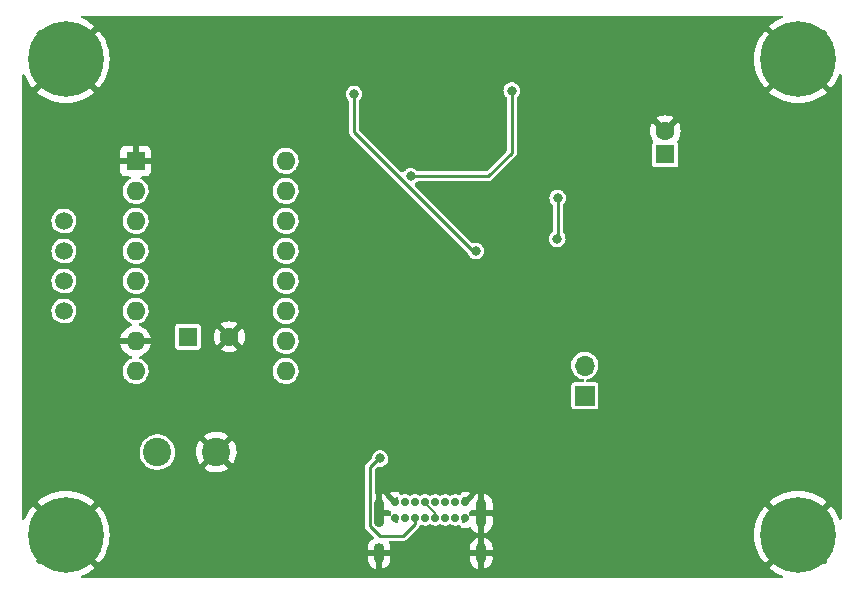
<source format=gbr>
%TF.GenerationSoftware,KiCad,Pcbnew,(6.0.2)*%
%TF.CreationDate,2022-03-05T17:56:55+01:00*%
%TF.ProjectId,PCB_stepper,5043425f-7374-4657-9070-65722e6b6963,rev?*%
%TF.SameCoordinates,Original*%
%TF.FileFunction,Copper,L2,Bot*%
%TF.FilePolarity,Positive*%
%FSLAX46Y46*%
G04 Gerber Fmt 4.6, Leading zero omitted, Abs format (unit mm)*
G04 Created by KiCad (PCBNEW (6.0.2)) date 2022-03-05 17:56:55*
%MOMM*%
%LPD*%
G01*
G04 APERTURE LIST*
%TA.AperFunction,ComponentPad*%
%ADD10C,0.800000*%
%TD*%
%TA.AperFunction,ComponentPad*%
%ADD11C,6.400000*%
%TD*%
%TA.AperFunction,ComponentPad*%
%ADD12C,1.508000*%
%TD*%
%TA.AperFunction,ComponentPad*%
%ADD13R,1.600000X1.600000*%
%TD*%
%TA.AperFunction,ComponentPad*%
%ADD14C,1.600000*%
%TD*%
%TA.AperFunction,ComponentPad*%
%ADD15O,1.600000X1.600000*%
%TD*%
%TA.AperFunction,ComponentPad*%
%ADD16C,2.400000*%
%TD*%
%TA.AperFunction,ComponentPad*%
%ADD17R,1.700000X1.700000*%
%TD*%
%TA.AperFunction,ComponentPad*%
%ADD18O,1.700000X1.700000*%
%TD*%
%TA.AperFunction,ComponentPad*%
%ADD19C,0.700000*%
%TD*%
%TA.AperFunction,ComponentPad*%
%ADD20O,0.900000X2.400000*%
%TD*%
%TA.AperFunction,ComponentPad*%
%ADD21O,0.900000X1.700000*%
%TD*%
%TA.AperFunction,ViaPad*%
%ADD22C,0.800000*%
%TD*%
%TA.AperFunction,Conductor*%
%ADD23C,0.250000*%
%TD*%
%TA.AperFunction,Conductor*%
%ADD24C,0.200000*%
%TD*%
G04 APERTURE END LIST*
D10*
%TO.P,H4,1,1*%
%TO.N,GND*%
X112250000Y-102650000D03*
D11*
X112250000Y-100250000D03*
D10*
X113947056Y-98552944D03*
X114650000Y-100250000D03*
X110552944Y-101947056D03*
X113947056Y-101947056D03*
X112250000Y-97850000D03*
X109850000Y-100250000D03*
X110552944Y-98552944D03*
%TD*%
D12*
%TO.P,J5,1,Pin_1*%
%TO.N,Net-(A1-Pad3)*%
X112100000Y-73690000D03*
%TO.P,J5,2,Pin_2*%
%TO.N,Net-(A1-Pad4)*%
X112100000Y-76230000D03*
%TO.P,J5,3,Pin_3*%
%TO.N,Net-(A1-Pad5)*%
X112100000Y-78770000D03*
%TO.P,J5,4,Pin_4*%
%TO.N,Net-(A1-Pad6)*%
X112100000Y-81310000D03*
%TD*%
D10*
%TO.P,H1,1,1*%
%TO.N,GND*%
X109850000Y-60000000D03*
X110552944Y-58302944D03*
X110552944Y-61697056D03*
X112250000Y-57600000D03*
X114650000Y-60000000D03*
X113947056Y-58302944D03*
X113947056Y-61697056D03*
D11*
X112250000Y-60000000D03*
D10*
X112250000Y-62400000D03*
%TD*%
%TO.P,H3,1,1*%
%TO.N,GND*%
X172552944Y-101947056D03*
X175947056Y-98552944D03*
X175947056Y-101947056D03*
X174250000Y-97850000D03*
D11*
X174250000Y-100250000D03*
D10*
X171850000Y-100250000D03*
X176650000Y-100250000D03*
X172552944Y-98552944D03*
X174250000Y-102650000D03*
%TD*%
D13*
%TO.P,C15,1*%
%TO.N,+24V*%
X122597349Y-83500000D03*
D14*
%TO.P,C15,2*%
%TO.N,GND*%
X126097349Y-83500000D03*
%TD*%
D13*
%TO.P,A1,1,GND*%
%TO.N,GND*%
X118160000Y-68610000D03*
D15*
%TO.P,A1,2,~{FLT}*%
%TO.N,unconnected-(A1-Pad2)*%
X118160000Y-71150000D03*
%TO.P,A1,3,A2*%
%TO.N,Net-(A1-Pad3)*%
X118160000Y-73690000D03*
%TO.P,A1,4,A1*%
%TO.N,Net-(A1-Pad4)*%
X118160000Y-76230000D03*
%TO.P,A1,5,B1*%
%TO.N,Net-(A1-Pad5)*%
X118160000Y-78770000D03*
%TO.P,A1,6,B2*%
%TO.N,Net-(A1-Pad6)*%
X118160000Y-81310000D03*
%TO.P,A1,7,GND*%
%TO.N,GND*%
X118160000Y-83850000D03*
%TO.P,A1,8,VMOT*%
%TO.N,+24V*%
X118160000Y-86390000D03*
%TO.P,A1,9,~{EN}*%
%TO.N,/EN*%
X130860000Y-86390000D03*
%TO.P,A1,10,M0*%
%TO.N,/M0*%
X130860000Y-83850000D03*
%TO.P,A1,11,M1*%
%TO.N,/M1*%
X130860000Y-81310000D03*
%TO.P,A1,12,M2*%
%TO.N,/M2*%
X130860000Y-78770000D03*
%TO.P,A1,13,~{RST}*%
%TO.N,/RST_M*%
X130860000Y-76230000D03*
%TO.P,A1,14,~{SLP}*%
%TO.N,/SLP*%
X130860000Y-73690000D03*
%TO.P,A1,15,STEP*%
%TO.N,/STEP*%
X130860000Y-71150000D03*
%TO.P,A1,16,DIR*%
%TO.N,/DIR*%
X130860000Y-68610000D03*
%TD*%
D16*
%TO.P,J4,1,Pin_1*%
%TO.N,+24V*%
X120000000Y-93250000D03*
%TO.P,J4,2,Pin_2*%
%TO.N,GND*%
X125000000Y-93250000D03*
%TD*%
D17*
%TO.P,JP1,1,1*%
%TO.N,/CANH*%
X156200000Y-88475000D03*
D18*
%TO.P,JP1,2,2*%
%TO.N,Net-(JP1-Pad2)*%
X156200000Y-85935000D03*
%TD*%
D10*
%TO.P,H2,1,1*%
%TO.N,GND*%
X176650000Y-60000000D03*
X175947056Y-58302944D03*
X174250000Y-62400000D03*
X171850000Y-60000000D03*
D11*
X174250000Y-60000000D03*
D10*
X174250000Y-57600000D03*
X175947056Y-61697056D03*
X172552944Y-61697056D03*
X172552944Y-58302944D03*
%TD*%
D13*
%TO.P,C14,1*%
%TO.N,+3V3*%
X163000000Y-68055113D03*
D14*
%TO.P,C14,2*%
%TO.N,GND*%
X163000000Y-66055113D03*
%TD*%
D19*
%TO.P,J1,A1,GND*%
%TO.N,GND*%
X146075000Y-97475000D03*
%TO.P,J1,A4,VBUS*%
%TO.N,+5V*%
X145225000Y-97475000D03*
%TO.P,J1,A5,CC1*%
%TO.N,Net-(J1-PadA5)*%
X144375000Y-97475000D03*
%TO.P,J1,A6,D+*%
%TO.N,/USB+*%
X143525000Y-97475000D03*
%TO.P,J1,A7,D-*%
%TO.N,/USB-*%
X142675000Y-97475000D03*
%TO.P,J1,A8,SBU1*%
%TO.N,unconnected-(J1-PadA8)*%
X141825000Y-97475000D03*
%TO.P,J1,A9,VBUS*%
%TO.N,+5V*%
X140975000Y-97475000D03*
%TO.P,J1,A12,GND*%
%TO.N,GND*%
X140125000Y-97475000D03*
%TO.P,J1,B1,GND*%
X140125000Y-98825000D03*
%TO.P,J1,B4,VBUS*%
%TO.N,+5V*%
X140975000Y-98825000D03*
%TO.P,J1,B5,CC2*%
%TO.N,Net-(J1-PadB5)*%
X141825000Y-98825000D03*
%TO.P,J1,B6,D+*%
%TO.N,/USB+*%
X142675000Y-98825000D03*
%TO.P,J1,B7,D-*%
%TO.N,/USB-*%
X143525000Y-98825000D03*
%TO.P,J1,B8,SBU2*%
%TO.N,unconnected-(J1-PadB8)*%
X144375000Y-98825000D03*
%TO.P,J1,B9,VBUS*%
%TO.N,+5V*%
X145225000Y-98825000D03*
%TO.P,J1,B12,GND*%
%TO.N,GND*%
X146075000Y-98825000D03*
D20*
%TO.P,J1,S1,SHIELD*%
X138775000Y-98455000D03*
D21*
X138775000Y-101835000D03*
D20*
X147425000Y-98455000D03*
D21*
X147425000Y-101835000D03*
%TD*%
D22*
%TO.N,GND*%
X143500000Y-74500000D03*
X148500000Y-85250000D03*
X155250000Y-92750000D03*
X134000000Y-82000000D03*
X152000000Y-72500000D03*
X138250000Y-78500000D03*
X150000000Y-74525500D03*
X134000000Y-80000000D03*
X149750000Y-92500000D03*
X148250000Y-90000000D03*
X141250000Y-68500000D03*
%TO.N,/RST*%
X141455284Y-69908803D03*
X150000000Y-62650000D03*
%TO.N,+3V3*%
X153900000Y-71750000D03*
X153862500Y-75200000D03*
%TO.N,Net-(J1-PadB5)*%
X138850000Y-93800000D03*
%TO.N,/BOOT0*%
X136650000Y-62950000D03*
X146974500Y-76250000D03*
%TD*%
D23*
%TO.N,/RST*%
X150000000Y-67950000D02*
X148041197Y-69908803D01*
X148041197Y-69908803D02*
X141455284Y-69908803D01*
X150000000Y-62650000D02*
X150000000Y-67950000D01*
%TO.N,+3V3*%
X153900000Y-71750000D02*
X153900000Y-75162500D01*
X153900000Y-75162500D02*
X153862500Y-75200000D01*
D24*
%TO.N,/USB-*%
X142675000Y-97475000D02*
X142675000Y-97543548D01*
X143525000Y-98393548D02*
X143525000Y-98825000D01*
X142675000Y-97543548D02*
X143525000Y-98393548D01*
D23*
%TO.N,Net-(J1-PadB5)*%
X138750000Y-93800000D02*
X138850000Y-93800000D01*
X140794974Y-100350000D02*
X138824664Y-100350000D01*
X141825000Y-99319974D02*
X140794974Y-100350000D01*
X138824664Y-100350000D02*
X138000480Y-99525816D01*
X138000480Y-99525816D02*
X138000480Y-94549520D01*
X141825000Y-98825000D02*
X141825000Y-99319974D01*
X138000480Y-94549520D02*
X138750000Y-93800000D01*
%TO.N,/BOOT0*%
X146974500Y-76250000D02*
X146771867Y-76250000D01*
X136650000Y-66128133D02*
X136650000Y-62950000D01*
X146771867Y-76250000D02*
X136650000Y-66128133D01*
%TD*%
%TA.AperFunction,Conductor*%
%TO.N,GND*%
G36*
X172930208Y-56320002D02*
G01*
X172976701Y-56373658D01*
X172986805Y-56443932D01*
X172957311Y-56508512D01*
X172907241Y-56543631D01*
X172742836Y-56606740D01*
X172736811Y-56609422D01*
X172396397Y-56782872D01*
X172390687Y-56786169D01*
X172070265Y-56994253D01*
X172064939Y-56998123D01*
X171826165Y-57191478D01*
X171817700Y-57203733D01*
X171824034Y-57214824D01*
X177034310Y-62425100D01*
X177047386Y-62432241D01*
X177057753Y-62424784D01*
X177251877Y-62185061D01*
X177255747Y-62179735D01*
X177463831Y-61859313D01*
X177467128Y-61853603D01*
X177640578Y-61513189D01*
X177643260Y-61507164D01*
X177706369Y-61342759D01*
X177749454Y-61286331D01*
X177816208Y-61262154D01*
X177885435Y-61277905D01*
X177935157Y-61328583D01*
X177950000Y-61387913D01*
X177950000Y-98862087D01*
X177929998Y-98930208D01*
X177876342Y-98976701D01*
X177806068Y-98986805D01*
X177741488Y-98957311D01*
X177706369Y-98907241D01*
X177643260Y-98742836D01*
X177640578Y-98736811D01*
X177467128Y-98396397D01*
X177463831Y-98390687D01*
X177255747Y-98070265D01*
X177251877Y-98064939D01*
X177058522Y-97826165D01*
X177046267Y-97817700D01*
X177035176Y-97824034D01*
X171824900Y-103034310D01*
X171817759Y-103047386D01*
X171825216Y-103057753D01*
X172064935Y-103251874D01*
X172070272Y-103255751D01*
X172390685Y-103463830D01*
X172396394Y-103467127D01*
X172736811Y-103640578D01*
X172742836Y-103643260D01*
X172907241Y-103706369D01*
X172963669Y-103749454D01*
X172987846Y-103816208D01*
X172972095Y-103885435D01*
X172921417Y-103935157D01*
X172862087Y-103950000D01*
X113637913Y-103950000D01*
X113569792Y-103929998D01*
X113523299Y-103876342D01*
X113513195Y-103806068D01*
X113542689Y-103741488D01*
X113592759Y-103706369D01*
X113757164Y-103643260D01*
X113763189Y-103640578D01*
X114103606Y-103467127D01*
X114109315Y-103463830D01*
X114429728Y-103255751D01*
X114435065Y-103251874D01*
X114673835Y-103058522D01*
X114682300Y-103046267D01*
X114675966Y-103035176D01*
X111891922Y-100251132D01*
X112614408Y-100251132D01*
X112614539Y-100252965D01*
X112618790Y-100259580D01*
X115034310Y-102675100D01*
X115047386Y-102682241D01*
X115057753Y-102674784D01*
X115251877Y-102435061D01*
X115255747Y-102429735D01*
X115352696Y-102280447D01*
X137817000Y-102280447D01*
X137817323Y-102286822D01*
X137831082Y-102422277D01*
X137833636Y-102434717D01*
X137888016Y-102608244D01*
X137893025Y-102619932D01*
X137981187Y-102778979D01*
X137988438Y-102789412D01*
X138106785Y-102927491D01*
X138115976Y-102936244D01*
X138259680Y-103047711D01*
X138270440Y-103054435D01*
X138433625Y-103134732D01*
X138445519Y-103139155D01*
X138503470Y-103154251D01*
X138517564Y-103153817D01*
X138521000Y-103145636D01*
X138521000Y-103144229D01*
X139029000Y-103144229D01*
X139032973Y-103157760D01*
X139039075Y-103158637D01*
X139191136Y-103102690D01*
X139202549Y-103097123D01*
X139357108Y-103001292D01*
X139367174Y-102993540D01*
X139499303Y-102868592D01*
X139507605Y-102858974D01*
X139611908Y-102710013D01*
X139618108Y-102698919D01*
X139690332Y-102532020D01*
X139694171Y-102519917D01*
X139731675Y-102340400D01*
X139732915Y-102330848D01*
X139733000Y-102327616D01*
X139733000Y-102280447D01*
X146467000Y-102280447D01*
X146467323Y-102286822D01*
X146481082Y-102422277D01*
X146483636Y-102434717D01*
X146538016Y-102608244D01*
X146543025Y-102619932D01*
X146631187Y-102778979D01*
X146638438Y-102789412D01*
X146756785Y-102927491D01*
X146765976Y-102936244D01*
X146909680Y-103047711D01*
X146920440Y-103054435D01*
X147083625Y-103134732D01*
X147095519Y-103139155D01*
X147153470Y-103154251D01*
X147167564Y-103153817D01*
X147171000Y-103145636D01*
X147171000Y-103144229D01*
X147679000Y-103144229D01*
X147682973Y-103157760D01*
X147689075Y-103158637D01*
X147841136Y-103102690D01*
X147852549Y-103097123D01*
X148007108Y-103001292D01*
X148017174Y-102993540D01*
X148149303Y-102868592D01*
X148157605Y-102858974D01*
X148261908Y-102710013D01*
X148268108Y-102698919D01*
X148340332Y-102532020D01*
X148344171Y-102519917D01*
X148381675Y-102340400D01*
X148382915Y-102330848D01*
X148383000Y-102327616D01*
X148383000Y-102107115D01*
X148378525Y-102091876D01*
X148377135Y-102090671D01*
X148369452Y-102089000D01*
X147697115Y-102089000D01*
X147681876Y-102093475D01*
X147680671Y-102094865D01*
X147679000Y-102102548D01*
X147679000Y-103144229D01*
X147171000Y-103144229D01*
X147171000Y-102107115D01*
X147166525Y-102091876D01*
X147165135Y-102090671D01*
X147157452Y-102089000D01*
X146485115Y-102089000D01*
X146469876Y-102093475D01*
X146468671Y-102094865D01*
X146467000Y-102102548D01*
X146467000Y-102280447D01*
X139733000Y-102280447D01*
X139733000Y-102107115D01*
X139728525Y-102091876D01*
X139727135Y-102090671D01*
X139719452Y-102089000D01*
X139047115Y-102089000D01*
X139031876Y-102093475D01*
X139030671Y-102094865D01*
X139029000Y-102102548D01*
X139029000Y-103144229D01*
X138521000Y-103144229D01*
X138521000Y-102107115D01*
X138516525Y-102091876D01*
X138515135Y-102090671D01*
X138507452Y-102089000D01*
X137835115Y-102089000D01*
X137819876Y-102093475D01*
X137818671Y-102094865D01*
X137817000Y-102102548D01*
X137817000Y-102280447D01*
X115352696Y-102280447D01*
X115463831Y-102109313D01*
X115467128Y-102103603D01*
X115640578Y-101763189D01*
X115643260Y-101757164D01*
X115780171Y-101400498D01*
X115782212Y-101394216D01*
X115881094Y-101025184D01*
X115882465Y-101018734D01*
X115942234Y-100641371D01*
X115942920Y-100634833D01*
X115962916Y-100253301D01*
X115962916Y-100246699D01*
X115942920Y-99865167D01*
X115942234Y-99858629D01*
X115900195Y-99593209D01*
X137574980Y-99593209D01*
X137582394Y-99616026D01*
X137587008Y-99635245D01*
X137590761Y-99658942D01*
X137595264Y-99667779D01*
X137595264Y-99667780D01*
X137601652Y-99680318D01*
X137609216Y-99698579D01*
X137613565Y-99711963D01*
X137613567Y-99711966D01*
X137616631Y-99721397D01*
X137622460Y-99729420D01*
X137630733Y-99740807D01*
X137641057Y-99757653D01*
X137651952Y-99779036D01*
X137675926Y-99803010D01*
X138001554Y-100128637D01*
X138295745Y-100422828D01*
X138329771Y-100485140D01*
X138324706Y-100555955D01*
X138282159Y-100612791D01*
X138273047Y-100619009D01*
X138192892Y-100668708D01*
X138182826Y-100676460D01*
X138050697Y-100801408D01*
X138042395Y-100811026D01*
X137938092Y-100959987D01*
X137931892Y-100971081D01*
X137859668Y-101137980D01*
X137855829Y-101150083D01*
X137818325Y-101329600D01*
X137817085Y-101339152D01*
X137817000Y-101342384D01*
X137817000Y-101562885D01*
X137821475Y-101578124D01*
X137822865Y-101579329D01*
X137830548Y-101581000D01*
X139714885Y-101581000D01*
X139730124Y-101576525D01*
X139731329Y-101575135D01*
X139733000Y-101567452D01*
X139733000Y-101562885D01*
X146467000Y-101562885D01*
X146471475Y-101578124D01*
X146472865Y-101579329D01*
X146480548Y-101581000D01*
X147152885Y-101581000D01*
X147168124Y-101576525D01*
X147169329Y-101575135D01*
X147171000Y-101567452D01*
X147171000Y-101562885D01*
X147679000Y-101562885D01*
X147683475Y-101578124D01*
X147684865Y-101579329D01*
X147692548Y-101581000D01*
X148364885Y-101581000D01*
X148380124Y-101576525D01*
X148381329Y-101575135D01*
X148383000Y-101567452D01*
X148383000Y-101389553D01*
X148382677Y-101383178D01*
X148368918Y-101247723D01*
X148366364Y-101235283D01*
X148311984Y-101061756D01*
X148306975Y-101050068D01*
X148218813Y-100891021D01*
X148211562Y-100880588D01*
X148093215Y-100742509D01*
X148084024Y-100733756D01*
X147940320Y-100622289D01*
X147929560Y-100615565D01*
X147766375Y-100535268D01*
X147754481Y-100530845D01*
X147696530Y-100515749D01*
X147682436Y-100516183D01*
X147679000Y-100524364D01*
X147679000Y-101562885D01*
X147171000Y-101562885D01*
X147171000Y-100525771D01*
X147167027Y-100512240D01*
X147160925Y-100511363D01*
X147008864Y-100567310D01*
X146997451Y-100572877D01*
X146842892Y-100668708D01*
X146832826Y-100676460D01*
X146700697Y-100801408D01*
X146692395Y-100811026D01*
X146588092Y-100959987D01*
X146581892Y-100971081D01*
X146509668Y-101137980D01*
X146505829Y-101150083D01*
X146468325Y-101329600D01*
X146467085Y-101339152D01*
X146467000Y-101342384D01*
X146467000Y-101562885D01*
X139733000Y-101562885D01*
X139733000Y-101389553D01*
X139732677Y-101383178D01*
X139718918Y-101247723D01*
X139716364Y-101235283D01*
X139661984Y-101061756D01*
X139656975Y-101050068D01*
X139608483Y-100962586D01*
X139592952Y-100893309D01*
X139617340Y-100826633D01*
X139673904Y-100783726D01*
X139718685Y-100775500D01*
X140862367Y-100775500D01*
X140885184Y-100768086D01*
X140904403Y-100763472D01*
X140928100Y-100759719D01*
X140936938Y-100755216D01*
X140949476Y-100748828D01*
X140967737Y-100741264D01*
X140981121Y-100736915D01*
X140981124Y-100736913D01*
X140990555Y-100733849D01*
X141009965Y-100719747D01*
X141026811Y-100709423D01*
X141048194Y-100698528D01*
X141493421Y-100253301D01*
X170537084Y-100253301D01*
X170557080Y-100634833D01*
X170557766Y-100641371D01*
X170617535Y-101018734D01*
X170618906Y-101025184D01*
X170717788Y-101394216D01*
X170719829Y-101400498D01*
X170856740Y-101757164D01*
X170859422Y-101763189D01*
X171032872Y-102103603D01*
X171036169Y-102109313D01*
X171244253Y-102429735D01*
X171248123Y-102435061D01*
X171441478Y-102673835D01*
X171453733Y-102682300D01*
X171464824Y-102675966D01*
X173877978Y-100262812D01*
X173885592Y-100248868D01*
X173885461Y-100247035D01*
X173881210Y-100240420D01*
X171465690Y-97824900D01*
X171452614Y-97817759D01*
X171442247Y-97825216D01*
X171248123Y-98064939D01*
X171244253Y-98070265D01*
X171036169Y-98390687D01*
X171032872Y-98396397D01*
X170859422Y-98736811D01*
X170856740Y-98742836D01*
X170719829Y-99099502D01*
X170717788Y-99105784D01*
X170618906Y-99474816D01*
X170617535Y-99481266D01*
X170557766Y-99858629D01*
X170557080Y-99865167D01*
X170537084Y-100246699D01*
X170537084Y-100253301D01*
X141493421Y-100253301D01*
X142173528Y-99573194D01*
X142184419Y-99551818D01*
X142194749Y-99534963D01*
X142203021Y-99523578D01*
X142203021Y-99523577D01*
X142208850Y-99515555D01*
X142216264Y-99492737D01*
X142223833Y-99474466D01*
X142226659Y-99468919D01*
X142275413Y-99417309D01*
X142344330Y-99400250D01*
X142399042Y-99415403D01*
X142427099Y-99430637D01*
X142427101Y-99430638D01*
X142433776Y-99434262D01*
X142441125Y-99436190D01*
X142578719Y-99472287D01*
X142578721Y-99472287D01*
X142586069Y-99474215D01*
X142669380Y-99475524D01*
X142735898Y-99476569D01*
X142735901Y-99476569D01*
X142743495Y-99476688D01*
X142896968Y-99441538D01*
X142979060Y-99400250D01*
X143030840Y-99374208D01*
X143030843Y-99374206D01*
X143037625Y-99370795D01*
X143038067Y-99371674D01*
X143099472Y-99352624D01*
X143161512Y-99367878D01*
X143277099Y-99430637D01*
X143277101Y-99430638D01*
X143283776Y-99434262D01*
X143291125Y-99436190D01*
X143428719Y-99472287D01*
X143428721Y-99472287D01*
X143436069Y-99474215D01*
X143519380Y-99475524D01*
X143585898Y-99476569D01*
X143585901Y-99476569D01*
X143593495Y-99476688D01*
X143746968Y-99441538D01*
X143829060Y-99400250D01*
X143880840Y-99374208D01*
X143880843Y-99374206D01*
X143887625Y-99370795D01*
X143888067Y-99371674D01*
X143949472Y-99352624D01*
X144011512Y-99367878D01*
X144127099Y-99430637D01*
X144127101Y-99430638D01*
X144133776Y-99434262D01*
X144141125Y-99436190D01*
X144278719Y-99472287D01*
X144278721Y-99472287D01*
X144286069Y-99474215D01*
X144369380Y-99475524D01*
X144435898Y-99476569D01*
X144435901Y-99476569D01*
X144443495Y-99476688D01*
X144596968Y-99441538D01*
X144679060Y-99400250D01*
X144730840Y-99374208D01*
X144730843Y-99374206D01*
X144737625Y-99370795D01*
X144738067Y-99371674D01*
X144799472Y-99352624D01*
X144861512Y-99367878D01*
X144977099Y-99430637D01*
X144977101Y-99430638D01*
X144983776Y-99434262D01*
X144991125Y-99436190D01*
X145128719Y-99472287D01*
X145128721Y-99472287D01*
X145136069Y-99474215D01*
X145219380Y-99475524D01*
X145285898Y-99476569D01*
X145285901Y-99476569D01*
X145293495Y-99476688D01*
X145446968Y-99441538D01*
X145453753Y-99438125D01*
X145453757Y-99438124D01*
X145515234Y-99407205D01*
X145585078Y-99394467D01*
X145650722Y-99421511D01*
X145691323Y-99479753D01*
X145693992Y-99550699D01*
X145682433Y-99580158D01*
X145679740Y-99585090D01*
X145683251Y-99589780D01*
X145802372Y-99642816D01*
X145814860Y-99646873D01*
X145978364Y-99681628D01*
X145991424Y-99683000D01*
X146158576Y-99683000D01*
X146171636Y-99681628D01*
X146335137Y-99646874D01*
X146347629Y-99642815D01*
X146422383Y-99609532D01*
X146492750Y-99600098D01*
X146557047Y-99630204D01*
X146583834Y-99663553D01*
X146631187Y-99748979D01*
X146638438Y-99759412D01*
X146756785Y-99897491D01*
X146765976Y-99906244D01*
X146909680Y-100017711D01*
X146920440Y-100024435D01*
X147083625Y-100104732D01*
X147095519Y-100109155D01*
X147153470Y-100124251D01*
X147167564Y-100123817D01*
X147171000Y-100115636D01*
X147171000Y-100114229D01*
X147679000Y-100114229D01*
X147682973Y-100127760D01*
X147689075Y-100128637D01*
X147841136Y-100072690D01*
X147852549Y-100067123D01*
X148007108Y-99971292D01*
X148017174Y-99963540D01*
X148149303Y-99838592D01*
X148157605Y-99828974D01*
X148261908Y-99680013D01*
X148268108Y-99668919D01*
X148340332Y-99502020D01*
X148344171Y-99489917D01*
X148381675Y-99310400D01*
X148382915Y-99300848D01*
X148383000Y-99297616D01*
X148383000Y-98727115D01*
X148378525Y-98711876D01*
X148377135Y-98710671D01*
X148369452Y-98709000D01*
X147697115Y-98709000D01*
X147681876Y-98713475D01*
X147680671Y-98714865D01*
X147679000Y-98722548D01*
X147679000Y-100114229D01*
X147171000Y-100114229D01*
X147171000Y-98727115D01*
X147166525Y-98711876D01*
X147165135Y-98710671D01*
X147157452Y-98709000D01*
X146553000Y-98709000D01*
X146484879Y-98688998D01*
X146438386Y-98635342D01*
X146427000Y-98583000D01*
X146427000Y-98327000D01*
X146447002Y-98258879D01*
X146500658Y-98212386D01*
X146553000Y-98201000D01*
X147152885Y-98201000D01*
X147168124Y-98196525D01*
X147169329Y-98195135D01*
X147171000Y-98187452D01*
X147171000Y-98182885D01*
X147679000Y-98182885D01*
X147683475Y-98198124D01*
X147684865Y-98199329D01*
X147692548Y-98201000D01*
X148364885Y-98201000D01*
X148380124Y-98196525D01*
X148381329Y-98195135D01*
X148383000Y-98187452D01*
X148383000Y-97659553D01*
X148382677Y-97653178D01*
X148368918Y-97517723D01*
X148366364Y-97505283D01*
X148350209Y-97453733D01*
X171817700Y-97453733D01*
X171824034Y-97464824D01*
X174237188Y-99877978D01*
X174251132Y-99885592D01*
X174252965Y-99885461D01*
X174259580Y-99881210D01*
X176675100Y-97465690D01*
X176682241Y-97452614D01*
X176674784Y-97442247D01*
X176435065Y-97248126D01*
X176429728Y-97244249D01*
X176109315Y-97036170D01*
X176103606Y-97032873D01*
X175763189Y-96859422D01*
X175757164Y-96856740D01*
X175400498Y-96719829D01*
X175394216Y-96717788D01*
X175025184Y-96618906D01*
X175018734Y-96617535D01*
X174641371Y-96557766D01*
X174634833Y-96557080D01*
X174253301Y-96537084D01*
X174246699Y-96537084D01*
X173865167Y-96557080D01*
X173858629Y-96557766D01*
X173481266Y-96617535D01*
X173474816Y-96618906D01*
X173105784Y-96717788D01*
X173099502Y-96719829D01*
X172742836Y-96856740D01*
X172736811Y-96859422D01*
X172396397Y-97032872D01*
X172390687Y-97036169D01*
X172070265Y-97244253D01*
X172064939Y-97248123D01*
X171826165Y-97441478D01*
X171817700Y-97453733D01*
X148350209Y-97453733D01*
X148311984Y-97331756D01*
X148306975Y-97320068D01*
X148218813Y-97161021D01*
X148211562Y-97150588D01*
X148093215Y-97012509D01*
X148084024Y-97003756D01*
X147940320Y-96892289D01*
X147929560Y-96885565D01*
X147766375Y-96805268D01*
X147754481Y-96800845D01*
X147696530Y-96785749D01*
X147682436Y-96786183D01*
X147679000Y-96794364D01*
X147679000Y-98182885D01*
X147171000Y-98182885D01*
X147171000Y-96795771D01*
X147167027Y-96782240D01*
X147160925Y-96781363D01*
X147008864Y-96837310D01*
X146997451Y-96842877D01*
X146842891Y-96938708D01*
X146836681Y-96943491D01*
X146829560Y-96955708D01*
X146830184Y-96970053D01*
X146842935Y-97015828D01*
X146821986Y-97083664D01*
X146806042Y-97103168D01*
X146164095Y-97745115D01*
X146101783Y-97779141D01*
X146030968Y-97774076D01*
X145985905Y-97745115D01*
X145905887Y-97665097D01*
X145871861Y-97602785D01*
X145870239Y-97558248D01*
X145879553Y-97492805D01*
X145880134Y-97488723D01*
X145880278Y-97475000D01*
X145861363Y-97318694D01*
X145815235Y-97196619D01*
X145809867Y-97125825D01*
X145843625Y-97063368D01*
X145905791Y-97029076D01*
X145976628Y-97033838D01*
X146022196Y-97062986D01*
X146062188Y-97102978D01*
X146076132Y-97110592D01*
X146077965Y-97110461D01*
X146084580Y-97106210D01*
X146463500Y-96727290D01*
X146470260Y-96714910D01*
X146466749Y-96710220D01*
X146347628Y-96657184D01*
X146335140Y-96653127D01*
X146171636Y-96618372D01*
X146158576Y-96617000D01*
X145991424Y-96617000D01*
X145978364Y-96618372D01*
X145814860Y-96653127D01*
X145802372Y-96657184D01*
X145690237Y-96707110D01*
X145679492Y-96716243D01*
X145686893Y-96742366D01*
X145686216Y-96813359D01*
X145647265Y-96872717D01*
X145582406Y-96901593D01*
X145506706Y-96888064D01*
X145459831Y-96863245D01*
X145443122Y-96859048D01*
X145314498Y-96826740D01*
X145314496Y-96826740D01*
X145307128Y-96824889D01*
X145299530Y-96824849D01*
X145299528Y-96824849D01*
X145232319Y-96824497D01*
X145149684Y-96824065D01*
X145142305Y-96825837D01*
X145142301Y-96825837D01*
X145003967Y-96859048D01*
X145003963Y-96859049D01*
X144996588Y-96860820D01*
X144856955Y-96932889D01*
X144787250Y-96946358D01*
X144740211Y-96932278D01*
X144609831Y-96863245D01*
X144593122Y-96859048D01*
X144464498Y-96826740D01*
X144464496Y-96826740D01*
X144457128Y-96824889D01*
X144449530Y-96824849D01*
X144449528Y-96824849D01*
X144382319Y-96824497D01*
X144299684Y-96824065D01*
X144292305Y-96825837D01*
X144292301Y-96825837D01*
X144153967Y-96859048D01*
X144153963Y-96859049D01*
X144146588Y-96860820D01*
X144006955Y-96932889D01*
X143937250Y-96946358D01*
X143890211Y-96932278D01*
X143759831Y-96863245D01*
X143743122Y-96859048D01*
X143614498Y-96826740D01*
X143614496Y-96826740D01*
X143607128Y-96824889D01*
X143599530Y-96824849D01*
X143599528Y-96824849D01*
X143532319Y-96824497D01*
X143449684Y-96824065D01*
X143442305Y-96825837D01*
X143442301Y-96825837D01*
X143303967Y-96859048D01*
X143303963Y-96859049D01*
X143296588Y-96860820D01*
X143156955Y-96932889D01*
X143087250Y-96946358D01*
X143040211Y-96932278D01*
X142909831Y-96863245D01*
X142893122Y-96859048D01*
X142764498Y-96826740D01*
X142764496Y-96826740D01*
X142757128Y-96824889D01*
X142749530Y-96824849D01*
X142749528Y-96824849D01*
X142682319Y-96824497D01*
X142599684Y-96824065D01*
X142592305Y-96825837D01*
X142592301Y-96825837D01*
X142453967Y-96859048D01*
X142453963Y-96859049D01*
X142446588Y-96860820D01*
X142306955Y-96932889D01*
X142237250Y-96946358D01*
X142190211Y-96932278D01*
X142059831Y-96863245D01*
X142043122Y-96859048D01*
X141914498Y-96826740D01*
X141914496Y-96826740D01*
X141907128Y-96824889D01*
X141899530Y-96824849D01*
X141899528Y-96824849D01*
X141832319Y-96824497D01*
X141749684Y-96824065D01*
X141742305Y-96825837D01*
X141742301Y-96825837D01*
X141603967Y-96859048D01*
X141603963Y-96859049D01*
X141596588Y-96860820D01*
X141456955Y-96932889D01*
X141387250Y-96946358D01*
X141340211Y-96932278D01*
X141209831Y-96863245D01*
X141193122Y-96859048D01*
X141064498Y-96826740D01*
X141064496Y-96826740D01*
X141057128Y-96824889D01*
X141049530Y-96824849D01*
X141049528Y-96824849D01*
X140982319Y-96824497D01*
X140899684Y-96824065D01*
X140892305Y-96825837D01*
X140892301Y-96825837D01*
X140753967Y-96859048D01*
X140753963Y-96859049D01*
X140746588Y-96860820D01*
X140739846Y-96864300D01*
X140739840Y-96864302D01*
X140686000Y-96892091D01*
X140616293Y-96905560D01*
X140550370Y-96879204D01*
X140509160Y-96821392D01*
X140505749Y-96750477D01*
X140517624Y-96719738D01*
X140520260Y-96714910D01*
X140516749Y-96710220D01*
X140397628Y-96657184D01*
X140385140Y-96653127D01*
X140221636Y-96618372D01*
X140208576Y-96617000D01*
X140041424Y-96617000D01*
X140028364Y-96618372D01*
X139864860Y-96653127D01*
X139852372Y-96657184D01*
X139740237Y-96707110D01*
X139729493Y-96716242D01*
X139731090Y-96721880D01*
X140112188Y-97102978D01*
X140126132Y-97110592D01*
X140127965Y-97110461D01*
X140134580Y-97106210D01*
X140178684Y-97062106D01*
X140240996Y-97028080D01*
X140311811Y-97033145D01*
X140368647Y-97075692D01*
X140393458Y-97142212D01*
X140385172Y-97196970D01*
X140340309Y-97312039D01*
X140339318Y-97319568D01*
X140321802Y-97452614D01*
X140319758Y-97468138D01*
X140330152Y-97562283D01*
X140317746Y-97632184D01*
X140294008Y-97665202D01*
X140214095Y-97745115D01*
X140151783Y-97779141D01*
X140080968Y-97774076D01*
X140035905Y-97745115D01*
X139391827Y-97101037D01*
X139357801Y-97038725D01*
X139362866Y-96967910D01*
X139367757Y-96957200D01*
X139359465Y-96945923D01*
X139290320Y-96892289D01*
X139279560Y-96885565D01*
X139116375Y-96805268D01*
X139104481Y-96800845D01*
X139046530Y-96785749D01*
X139032436Y-96786183D01*
X139029000Y-96794364D01*
X139029000Y-98182885D01*
X139033475Y-98198124D01*
X139034865Y-98199329D01*
X139042548Y-98201000D01*
X139647000Y-98201000D01*
X139715121Y-98221002D01*
X139761614Y-98274658D01*
X139773000Y-98327000D01*
X139773000Y-98583000D01*
X139752998Y-98651121D01*
X139699342Y-98697614D01*
X139647000Y-98709000D01*
X138647000Y-98709000D01*
X138578879Y-98688998D01*
X138532386Y-98635342D01*
X138521000Y-98583000D01*
X138521000Y-96795771D01*
X138516525Y-96780532D01*
X138507140Y-96772400D01*
X138469469Y-96755197D01*
X138431085Y-96695471D01*
X138425980Y-96659971D01*
X138425980Y-94777958D01*
X138445982Y-94709837D01*
X138462885Y-94688863D01*
X138622618Y-94529130D01*
X138684930Y-94495104D01*
X138739343Y-94496257D01*
X138739357Y-94496157D01*
X138740223Y-94496276D01*
X138743686Y-94496349D01*
X138754233Y-94499116D01*
X138840609Y-94500473D01*
X138916161Y-94501660D01*
X138916164Y-94501660D01*
X138923760Y-94501779D01*
X138931165Y-94500083D01*
X138931166Y-94500083D01*
X139004222Y-94483351D01*
X139089029Y-94463928D01*
X139240498Y-94387747D01*
X139347568Y-94296300D01*
X139363651Y-94282564D01*
X139363652Y-94282563D01*
X139369423Y-94277634D01*
X139468361Y-94139947D01*
X139495997Y-94071202D01*
X139528766Y-93989687D01*
X139528767Y-93989685D01*
X139531601Y-93982634D01*
X139555490Y-93814778D01*
X139555562Y-93807932D01*
X139555602Y-93804135D01*
X139555602Y-93804129D01*
X139555645Y-93800000D01*
X139535276Y-93631680D01*
X139475345Y-93473077D01*
X139379312Y-93333349D01*
X139373119Y-93327831D01*
X139258392Y-93225612D01*
X139258388Y-93225610D01*
X139252721Y-93220560D01*
X139102881Y-93141224D01*
X138938441Y-93099919D01*
X138930843Y-93099879D01*
X138930841Y-93099879D01*
X138853668Y-93099475D01*
X138768895Y-93099031D01*
X138761508Y-93100805D01*
X138761504Y-93100805D01*
X138618162Y-93135220D01*
X138604032Y-93138612D01*
X138597288Y-93142093D01*
X138597285Y-93142094D01*
X138592089Y-93144776D01*
X138453369Y-93216375D01*
X138447647Y-93221367D01*
X138447645Y-93221368D01*
X138403842Y-93259580D01*
X138325604Y-93327831D01*
X138228113Y-93466547D01*
X138166524Y-93624513D01*
X138165532Y-93632046D01*
X138165532Y-93632047D01*
X138148271Y-93763159D01*
X138119549Y-93828086D01*
X138112444Y-93835808D01*
X137651952Y-94296300D01*
X137641057Y-94317683D01*
X137630733Y-94334529D01*
X137616631Y-94353939D01*
X137613567Y-94363370D01*
X137613565Y-94363373D01*
X137609216Y-94376757D01*
X137601652Y-94395018D01*
X137590761Y-94416394D01*
X137589210Y-94426188D01*
X137587008Y-94440090D01*
X137582394Y-94459310D01*
X137574980Y-94482127D01*
X137574980Y-99593209D01*
X115900195Y-99593209D01*
X115882465Y-99481266D01*
X115881094Y-99474816D01*
X115782212Y-99105784D01*
X115780171Y-99099502D01*
X115643260Y-98742836D01*
X115640578Y-98736811D01*
X115467128Y-98396397D01*
X115463831Y-98390687D01*
X115255747Y-98070265D01*
X115251877Y-98064939D01*
X115058522Y-97826165D01*
X115046267Y-97817700D01*
X115035176Y-97824034D01*
X112622022Y-100237188D01*
X112614408Y-100251132D01*
X111891922Y-100251132D01*
X109465690Y-97824900D01*
X109452614Y-97817759D01*
X109442247Y-97825216D01*
X109248123Y-98064939D01*
X109244253Y-98070265D01*
X109036169Y-98390687D01*
X109032872Y-98396397D01*
X108859422Y-98736811D01*
X108856740Y-98742836D01*
X108793631Y-98907241D01*
X108750546Y-98963669D01*
X108683792Y-98987846D01*
X108614565Y-98972095D01*
X108564843Y-98921417D01*
X108550000Y-98862087D01*
X108550000Y-97453733D01*
X109817700Y-97453733D01*
X109824034Y-97464824D01*
X112237188Y-99877978D01*
X112251132Y-99885592D01*
X112252965Y-99885461D01*
X112259580Y-99881210D01*
X114675100Y-97465690D01*
X114682241Y-97452614D01*
X114674784Y-97442247D01*
X114435065Y-97248126D01*
X114429728Y-97244249D01*
X114109315Y-97036170D01*
X114103606Y-97032873D01*
X113763189Y-96859422D01*
X113757164Y-96856740D01*
X113400498Y-96719829D01*
X113394216Y-96717788D01*
X113025184Y-96618906D01*
X113018734Y-96617535D01*
X112641371Y-96557766D01*
X112634833Y-96557080D01*
X112253301Y-96537084D01*
X112246699Y-96537084D01*
X111865167Y-96557080D01*
X111858629Y-96557766D01*
X111481266Y-96617535D01*
X111474816Y-96618906D01*
X111105784Y-96717788D01*
X111099502Y-96719829D01*
X110742836Y-96856740D01*
X110736811Y-96859422D01*
X110396397Y-97032872D01*
X110390687Y-97036169D01*
X110070265Y-97244253D01*
X110064939Y-97248123D01*
X109826165Y-97441478D01*
X109817700Y-97453733D01*
X108550000Y-97453733D01*
X108550000Y-93213214D01*
X118494806Y-93213214D01*
X118495103Y-93218366D01*
X118495103Y-93218370D01*
X118497666Y-93262812D01*
X118509010Y-93459545D01*
X118510147Y-93464591D01*
X118510148Y-93464597D01*
X118513660Y-93480180D01*
X118563255Y-93700249D01*
X118656084Y-93928861D01*
X118658789Y-93933276D01*
X118658790Y-93933277D01*
X118705289Y-94009155D01*
X118785006Y-94139241D01*
X118946557Y-94325741D01*
X118950532Y-94329041D01*
X118950535Y-94329044D01*
X118991885Y-94363373D01*
X119136399Y-94483351D01*
X119349433Y-94607838D01*
X119354253Y-94609678D01*
X119354258Y-94609681D01*
X119468547Y-94653323D01*
X119579939Y-94695859D01*
X119585007Y-94696890D01*
X119585010Y-94696891D01*
X119704587Y-94721219D01*
X119821726Y-94745052D01*
X119826899Y-94745242D01*
X119826902Y-94745242D01*
X120063136Y-94753904D01*
X120063140Y-94753904D01*
X120068300Y-94754093D01*
X120073420Y-94753437D01*
X120073422Y-94753437D01*
X120149703Y-94743665D01*
X120313041Y-94722741D01*
X120317990Y-94721256D01*
X120317996Y-94721255D01*
X120544424Y-94653323D01*
X120544423Y-94653323D01*
X120549374Y-94651838D01*
X120607507Y-94623359D01*
X123991386Y-94623359D01*
X124000099Y-94634879D01*
X124088586Y-94699760D01*
X124096505Y-94704708D01*
X124312877Y-94818547D01*
X124321451Y-94822275D01*
X124552282Y-94902885D01*
X124561291Y-94905299D01*
X124801518Y-94950908D01*
X124810775Y-94951962D01*
X125055107Y-94961563D01*
X125064420Y-94961237D01*
X125307478Y-94934618D01*
X125316655Y-94932917D01*
X125553107Y-94870665D01*
X125561926Y-94867628D01*
X125786584Y-94771107D01*
X125794856Y-94766800D01*
X126002777Y-94638135D01*
X126004620Y-94636796D01*
X126012038Y-94625541D01*
X126005974Y-94615184D01*
X125012812Y-93622022D01*
X124998868Y-93614408D01*
X124997035Y-93614539D01*
X124990420Y-93618790D01*
X123998044Y-94611166D01*
X123991386Y-94623359D01*
X120607507Y-94623359D01*
X120653266Y-94600942D01*
X120766303Y-94545566D01*
X120766308Y-94545563D01*
X120770954Y-94543287D01*
X120775164Y-94540284D01*
X120775169Y-94540281D01*
X120967617Y-94403009D01*
X120967622Y-94403005D01*
X120971829Y-94400004D01*
X121146605Y-94225837D01*
X121290588Y-94025463D01*
X121311756Y-93982634D01*
X121344156Y-93917075D01*
X121399911Y-93804264D01*
X121433045Y-93695207D01*
X121470135Y-93573132D01*
X121470136Y-93573126D01*
X121471639Y-93568180D01*
X121501731Y-93339608D01*
X121503408Y-93326872D01*
X121503409Y-93326866D01*
X121503845Y-93323550D01*
X121505643Y-93250000D01*
X121502341Y-93209835D01*
X123288022Y-93209835D01*
X123299754Y-93454064D01*
X123300891Y-93463324D01*
X123348593Y-93703143D01*
X123351082Y-93712118D01*
X123433708Y-93942250D01*
X123437505Y-93950778D01*
X123553234Y-94166160D01*
X123558245Y-94174027D01*
X123615173Y-94250263D01*
X123626431Y-94258712D01*
X123638850Y-94251940D01*
X124627978Y-93262812D01*
X124634356Y-93251132D01*
X125364408Y-93251132D01*
X125364539Y-93252965D01*
X125368790Y-93259580D01*
X126363732Y-94254522D01*
X126376112Y-94261282D01*
X126384453Y-94255038D01*
X126502700Y-94071202D01*
X126507147Y-94063011D01*
X126607572Y-93840076D01*
X126610767Y-93831298D01*
X126677135Y-93595973D01*
X126678993Y-93586844D01*
X126710044Y-93342770D01*
X126710525Y-93336483D01*
X126712706Y-93253160D01*
X126712555Y-93246851D01*
X126694321Y-93001486D01*
X126692944Y-92992280D01*
X126638979Y-92753786D01*
X126636255Y-92744875D01*
X126547633Y-92516983D01*
X126543619Y-92508567D01*
X126422284Y-92296276D01*
X126417074Y-92288553D01*
X126385787Y-92248865D01*
X126373863Y-92240395D01*
X126362328Y-92246882D01*
X125372022Y-93237188D01*
X125364408Y-93251132D01*
X124634356Y-93251132D01*
X124635592Y-93248868D01*
X124635461Y-93247035D01*
X124631210Y-93240420D01*
X123636828Y-92246038D01*
X123623520Y-92238771D01*
X123613481Y-92245893D01*
X123608581Y-92251784D01*
X123603168Y-92259373D01*
X123476322Y-92468409D01*
X123472084Y-92476726D01*
X123377529Y-92702214D01*
X123374572Y-92711052D01*
X123314384Y-92948042D01*
X123312763Y-92957232D01*
X123288267Y-93200510D01*
X123288022Y-93209835D01*
X121502341Y-93209835D01*
X121493231Y-93099031D01*
X121485849Y-93009240D01*
X121485848Y-93009234D01*
X121485425Y-93004089D01*
X121425316Y-92764783D01*
X121326928Y-92538507D01*
X121192905Y-92331339D01*
X121166635Y-92302468D01*
X121115155Y-92245893D01*
X121026846Y-92148842D01*
X121022795Y-92145643D01*
X121022791Y-92145639D01*
X120837264Y-91999119D01*
X120837259Y-91999116D01*
X120833210Y-91995918D01*
X120828694Y-91993425D01*
X120828691Y-91993423D01*
X120621722Y-91879170D01*
X120621718Y-91879168D01*
X120617198Y-91876673D01*
X120612329Y-91874949D01*
X120612325Y-91874947D01*
X120612240Y-91874917D01*
X123989330Y-91874917D01*
X123993903Y-91884693D01*
X124987188Y-92877978D01*
X125001132Y-92885592D01*
X125002965Y-92885461D01*
X125009580Y-92881210D01*
X126002488Y-91888302D01*
X126008872Y-91876612D01*
X125999460Y-91864502D01*
X125873144Y-91776873D01*
X125865116Y-91772145D01*
X125645810Y-91663995D01*
X125637177Y-91660507D01*
X125404288Y-91585958D01*
X125395238Y-91583785D01*
X125153891Y-91544480D01*
X125144602Y-91543668D01*
X124900114Y-91540467D01*
X124890803Y-91541037D01*
X124648522Y-91574010D01*
X124639403Y-91575948D01*
X124404668Y-91644367D01*
X124395915Y-91647639D01*
X124173869Y-91750004D01*
X124165714Y-91754524D01*
X123998468Y-91864175D01*
X123989330Y-91874917D01*
X120612240Y-91874917D01*
X120389485Y-91796035D01*
X120389481Y-91796034D01*
X120384610Y-91794309D01*
X120379517Y-91793402D01*
X120379514Y-91793401D01*
X120146783Y-91751945D01*
X120146777Y-91751944D01*
X120141694Y-91751039D01*
X120062324Y-91750069D01*
X119900142Y-91748088D01*
X119900140Y-91748088D01*
X119894972Y-91748025D01*
X119651070Y-91785347D01*
X119416540Y-91862003D01*
X119197679Y-91975935D01*
X119193546Y-91979038D01*
X119193543Y-91979040D01*
X119004499Y-92120978D01*
X119000364Y-92124083D01*
X118996792Y-92127821D01*
X118878331Y-92251784D01*
X118829896Y-92302468D01*
X118826982Y-92306740D01*
X118826981Y-92306741D01*
X118807238Y-92335683D01*
X118690851Y-92506300D01*
X118675901Y-92538507D01*
X118595809Y-92711052D01*
X118586965Y-92730104D01*
X118521026Y-92967871D01*
X118494806Y-93213214D01*
X108550000Y-93213214D01*
X108550000Y-84116522D01*
X116877273Y-84116522D01*
X116924764Y-84293761D01*
X116928510Y-84304053D01*
X117020586Y-84501511D01*
X117026069Y-84511007D01*
X117151028Y-84689467D01*
X117158084Y-84697875D01*
X117312125Y-84851916D01*
X117320533Y-84858972D01*
X117498993Y-84983931D01*
X117508489Y-84989414D01*
X117705947Y-85081490D01*
X117716239Y-85085236D01*
X117796968Y-85106867D01*
X117857591Y-85143819D01*
X117888612Y-85207679D01*
X117880184Y-85278174D01*
X117834981Y-85332921D01*
X117807969Y-85346785D01*
X117684193Y-85392449D01*
X117679232Y-85395401D01*
X117679231Y-85395401D01*
X117524057Y-85487720D01*
X117510371Y-85495862D01*
X117358305Y-85629220D01*
X117233089Y-85788057D01*
X117138914Y-85967053D01*
X117078937Y-86160213D01*
X117055164Y-86361069D01*
X117068392Y-86562894D01*
X117088555Y-86642286D01*
X117116422Y-86752012D01*
X117118178Y-86758928D01*
X117202856Y-86942607D01*
X117206189Y-86947323D01*
X117300340Y-87080544D01*
X117319588Y-87107780D01*
X117464466Y-87248913D01*
X117632637Y-87361282D01*
X117637940Y-87363560D01*
X117637943Y-87363562D01*
X117726291Y-87401519D01*
X117818470Y-87441122D01*
X118015740Y-87485760D01*
X118021509Y-87485987D01*
X118021512Y-87485987D01*
X118097683Y-87488979D01*
X118217842Y-87493700D01*
X118304132Y-87481189D01*
X118412286Y-87465508D01*
X118412291Y-87465507D01*
X118418007Y-87464678D01*
X118423479Y-87462820D01*
X118423481Y-87462820D01*
X118604067Y-87401519D01*
X118604069Y-87401518D01*
X118609531Y-87399664D01*
X118743747Y-87324500D01*
X118780964Y-87303658D01*
X118780965Y-87303657D01*
X118786001Y-87300837D01*
X118848433Y-87248913D01*
X118937073Y-87175191D01*
X118941505Y-87171505D01*
X119021263Y-87075607D01*
X119067146Y-87020439D01*
X119070837Y-87016001D01*
X119169664Y-86839531D01*
X119171903Y-86832937D01*
X119232820Y-86653481D01*
X119232820Y-86653479D01*
X119234678Y-86648007D01*
X119235507Y-86642291D01*
X119235508Y-86642286D01*
X119263167Y-86451516D01*
X119263700Y-86447842D01*
X119265215Y-86390000D01*
X119262557Y-86361069D01*
X129755164Y-86361069D01*
X129768392Y-86562894D01*
X129788555Y-86642286D01*
X129816422Y-86752012D01*
X129818178Y-86758928D01*
X129902856Y-86942607D01*
X129906189Y-86947323D01*
X130000340Y-87080544D01*
X130019588Y-87107780D01*
X130164466Y-87248913D01*
X130332637Y-87361282D01*
X130337940Y-87363560D01*
X130337943Y-87363562D01*
X130426291Y-87401519D01*
X130518470Y-87441122D01*
X130715740Y-87485760D01*
X130721509Y-87485987D01*
X130721512Y-87485987D01*
X130797683Y-87488979D01*
X130917842Y-87493700D01*
X131004132Y-87481189D01*
X131112286Y-87465508D01*
X131112291Y-87465507D01*
X131118007Y-87464678D01*
X131123479Y-87462820D01*
X131123481Y-87462820D01*
X131304067Y-87401519D01*
X131304069Y-87401518D01*
X131309531Y-87399664D01*
X131443747Y-87324500D01*
X131480964Y-87303658D01*
X131480965Y-87303657D01*
X131486001Y-87300837D01*
X131548433Y-87248913D01*
X131637073Y-87175191D01*
X131641505Y-87171505D01*
X131721263Y-87075607D01*
X131767146Y-87020439D01*
X131770837Y-87016001D01*
X131869664Y-86839531D01*
X131871903Y-86832937D01*
X131932820Y-86653481D01*
X131932820Y-86653479D01*
X131934678Y-86648007D01*
X131935507Y-86642291D01*
X131935508Y-86642286D01*
X131963167Y-86451516D01*
X131963700Y-86447842D01*
X131965215Y-86390000D01*
X131946708Y-86188591D01*
X131891807Y-85993926D01*
X131847832Y-85904754D01*
X155044967Y-85904754D01*
X155058796Y-86115749D01*
X155060217Y-86121345D01*
X155060218Y-86121350D01*
X155082784Y-86210200D01*
X155110845Y-86320690D01*
X155199369Y-86512714D01*
X155321405Y-86685391D01*
X155472865Y-86832937D01*
X155477661Y-86836142D01*
X155477664Y-86836144D01*
X155620936Y-86931875D01*
X155648677Y-86950411D01*
X155653985Y-86952692D01*
X155653986Y-86952692D01*
X155837650Y-87031600D01*
X155837653Y-87031601D01*
X155842953Y-87033878D01*
X155848582Y-87035152D01*
X155848583Y-87035152D01*
X156027368Y-87075607D01*
X156089395Y-87110150D01*
X156122899Y-87172743D01*
X156117245Y-87243514D01*
X156074226Y-87299994D01*
X156007501Y-87324249D01*
X155999560Y-87324500D01*
X155305354Y-87324500D01*
X155301650Y-87324941D01*
X155301647Y-87324941D01*
X155294254Y-87325821D01*
X155279154Y-87327618D01*
X155176847Y-87373061D01*
X155168628Y-87381294D01*
X155168627Y-87381295D01*
X155137142Y-87412835D01*
X155097759Y-87452287D01*
X155093056Y-87462924D01*
X155093055Y-87462926D01*
X155079450Y-87493700D01*
X155052494Y-87554673D01*
X155049500Y-87580354D01*
X155049500Y-89369646D01*
X155052618Y-89395846D01*
X155098061Y-89498153D01*
X155177287Y-89577241D01*
X155187924Y-89581944D01*
X155187926Y-89581945D01*
X155247462Y-89608265D01*
X155279673Y-89622506D01*
X155305354Y-89625500D01*
X157094646Y-89625500D01*
X157098350Y-89625059D01*
X157098353Y-89625059D01*
X157105746Y-89624179D01*
X157120846Y-89622382D01*
X157223153Y-89576939D01*
X157302241Y-89497713D01*
X157347506Y-89395327D01*
X157350500Y-89369646D01*
X157350500Y-87580354D01*
X157347382Y-87554154D01*
X157320530Y-87493700D01*
X157306663Y-87462482D01*
X157301939Y-87451847D01*
X157291196Y-87441122D01*
X157230945Y-87380977D01*
X157222713Y-87372759D01*
X157212076Y-87368056D01*
X157212074Y-87368055D01*
X157152538Y-87341735D01*
X157120327Y-87327494D01*
X157094646Y-87324500D01*
X156382291Y-87324500D01*
X156314170Y-87304498D01*
X156267677Y-87250842D01*
X156257573Y-87180568D01*
X156287067Y-87115988D01*
X156346793Y-87077604D01*
X156364211Y-87073804D01*
X156464013Y-87059333D01*
X156464014Y-87059333D01*
X156469730Y-87058504D01*
X156548987Y-87031600D01*
X156664483Y-86992395D01*
X156664488Y-86992393D01*
X156669955Y-86990537D01*
X156674998Y-86987713D01*
X156849395Y-86890046D01*
X156849399Y-86890043D01*
X156854442Y-86887219D01*
X157017012Y-86752012D01*
X157152219Y-86589442D01*
X157155043Y-86584399D01*
X157155046Y-86584395D01*
X157252713Y-86409998D01*
X157252714Y-86409996D01*
X157255537Y-86404955D01*
X157257393Y-86399488D01*
X157257395Y-86399483D01*
X157321647Y-86210200D01*
X157323504Y-86204730D01*
X157325010Y-86194348D01*
X157353314Y-85999140D01*
X157353314Y-85999138D01*
X157353846Y-85995470D01*
X157355429Y-85935000D01*
X157336081Y-85724440D01*
X157278686Y-85520931D01*
X157273342Y-85510093D01*
X157187719Y-85336469D01*
X157185165Y-85331290D01*
X157058651Y-85161867D01*
X156903381Y-85018337D01*
X156754941Y-84924678D01*
X156729434Y-84908584D01*
X156729433Y-84908584D01*
X156724554Y-84905505D01*
X156528160Y-84827152D01*
X156522503Y-84826027D01*
X156522497Y-84826025D01*
X156326442Y-84787028D01*
X156326440Y-84787028D01*
X156320775Y-84785901D01*
X156315000Y-84785825D01*
X156314996Y-84785825D01*
X156208976Y-84784437D01*
X156109346Y-84783133D01*
X156103649Y-84784112D01*
X156103648Y-84784112D01*
X155906650Y-84817962D01*
X155906649Y-84817962D01*
X155900953Y-84818941D01*
X155702575Y-84892127D01*
X155697614Y-84895079D01*
X155697613Y-84895079D01*
X155539050Y-84989414D01*
X155520856Y-85000238D01*
X155361881Y-85139655D01*
X155230976Y-85305708D01*
X155228287Y-85310819D01*
X155228285Y-85310822D01*
X155214792Y-85336469D01*
X155132523Y-85492836D01*
X155069820Y-85694773D01*
X155044967Y-85904754D01*
X131847832Y-85904754D01*
X131802351Y-85812527D01*
X131784079Y-85788057D01*
X131684788Y-85655091D01*
X131684787Y-85655090D01*
X131681335Y-85650467D01*
X131658350Y-85629220D01*
X131537053Y-85517094D01*
X131537051Y-85517092D01*
X131532812Y-85513174D01*
X131505374Y-85495862D01*
X131366637Y-85408325D01*
X131361757Y-85405246D01*
X131173898Y-85330298D01*
X130975526Y-85290839D01*
X130969752Y-85290763D01*
X130969748Y-85290763D01*
X130867257Y-85289422D01*
X130773286Y-85288192D01*
X130767589Y-85289171D01*
X130767588Y-85289171D01*
X130579646Y-85321465D01*
X130579645Y-85321465D01*
X130573949Y-85322444D01*
X130384193Y-85392449D01*
X130379232Y-85395401D01*
X130379231Y-85395401D01*
X130224057Y-85487720D01*
X130210371Y-85495862D01*
X130058305Y-85629220D01*
X129933089Y-85788057D01*
X129838914Y-85967053D01*
X129778937Y-86160213D01*
X129755164Y-86361069D01*
X119262557Y-86361069D01*
X119246708Y-86188591D01*
X119191807Y-85993926D01*
X119102351Y-85812527D01*
X119084079Y-85788057D01*
X118984788Y-85655091D01*
X118984787Y-85655090D01*
X118981335Y-85650467D01*
X118958350Y-85629220D01*
X118837053Y-85517094D01*
X118837051Y-85517092D01*
X118832812Y-85513174D01*
X118805374Y-85495862D01*
X118666637Y-85408325D01*
X118661757Y-85405246D01*
X118656396Y-85403107D01*
X118656394Y-85403106D01*
X118510933Y-85345073D01*
X118455073Y-85301252D01*
X118431773Y-85234188D01*
X118448429Y-85165173D01*
X118499753Y-85116118D01*
X118525013Y-85106336D01*
X118603759Y-85085237D01*
X118614053Y-85081490D01*
X118811511Y-84989414D01*
X118821007Y-84983931D01*
X118999467Y-84858972D01*
X119007875Y-84851916D01*
X119161916Y-84697875D01*
X119168972Y-84689467D01*
X119293931Y-84511007D01*
X119299414Y-84501511D01*
X119372561Y-84344646D01*
X121496849Y-84344646D01*
X121499967Y-84370846D01*
X121545410Y-84473153D01*
X121624636Y-84552241D01*
X121635273Y-84556944D01*
X121635275Y-84556945D01*
X121674502Y-84574287D01*
X121727022Y-84597506D01*
X121752703Y-84600500D01*
X123441995Y-84600500D01*
X123445699Y-84600059D01*
X123445702Y-84600059D01*
X123453095Y-84599179D01*
X123468195Y-84597382D01*
X123491542Y-84587012D01*
X123493681Y-84586062D01*
X125375842Y-84586062D01*
X125385138Y-84598077D01*
X125436343Y-84633931D01*
X125445838Y-84639414D01*
X125643296Y-84731490D01*
X125653588Y-84735236D01*
X125864037Y-84791625D01*
X125874830Y-84793528D01*
X126091874Y-84812517D01*
X126102824Y-84812517D01*
X126319868Y-84793528D01*
X126330661Y-84791625D01*
X126541110Y-84735236D01*
X126551402Y-84731490D01*
X126748860Y-84639414D01*
X126758355Y-84633931D01*
X126810397Y-84597491D01*
X126818773Y-84587012D01*
X126811705Y-84573566D01*
X126110161Y-83872022D01*
X126096217Y-83864408D01*
X126094384Y-83864539D01*
X126087769Y-83868790D01*
X125382272Y-84574287D01*
X125375842Y-84586062D01*
X123493681Y-84586062D01*
X123559867Y-84556663D01*
X123570502Y-84551939D01*
X123649590Y-84472713D01*
X123694855Y-84370327D01*
X123697849Y-84344646D01*
X123697849Y-83505475D01*
X124784832Y-83505475D01*
X124803821Y-83722519D01*
X124805724Y-83733312D01*
X124862113Y-83943761D01*
X124865859Y-83954053D01*
X124957935Y-84151511D01*
X124963418Y-84161006D01*
X124999858Y-84213048D01*
X125010337Y-84221424D01*
X125023783Y-84214356D01*
X125725327Y-83512812D01*
X125731705Y-83501132D01*
X126461757Y-83501132D01*
X126461888Y-83502965D01*
X126466139Y-83509580D01*
X127171636Y-84215077D01*
X127183411Y-84221507D01*
X127195426Y-84212211D01*
X127231280Y-84161006D01*
X127236763Y-84151511D01*
X127328839Y-83954053D01*
X127332585Y-83943761D01*
X127365460Y-83821069D01*
X129755164Y-83821069D01*
X129768392Y-84022894D01*
X129769815Y-84028496D01*
X129816685Y-84213048D01*
X129818178Y-84218928D01*
X129902856Y-84402607D01*
X129906189Y-84407323D01*
X130011931Y-84556945D01*
X130019588Y-84567780D01*
X130023730Y-84571815D01*
X130052740Y-84600075D01*
X130164466Y-84708913D01*
X130332637Y-84821282D01*
X130337940Y-84823560D01*
X130337943Y-84823562D01*
X130513163Y-84898842D01*
X130518470Y-84901122D01*
X130715740Y-84945760D01*
X130721509Y-84945987D01*
X130721512Y-84945987D01*
X130797683Y-84948979D01*
X130917842Y-84953700D01*
X131004132Y-84941189D01*
X131112286Y-84925508D01*
X131112291Y-84925507D01*
X131118007Y-84924678D01*
X131123479Y-84922820D01*
X131123481Y-84922820D01*
X131304067Y-84861519D01*
X131304069Y-84861518D01*
X131309531Y-84859664D01*
X131486001Y-84760837D01*
X131548433Y-84708913D01*
X131571814Y-84689467D01*
X131641505Y-84631505D01*
X131770837Y-84476001D01*
X131778637Y-84462074D01*
X131835287Y-84360916D01*
X131869664Y-84299531D01*
X131898333Y-84215077D01*
X131932820Y-84113481D01*
X131932820Y-84113479D01*
X131934678Y-84108007D01*
X131935507Y-84102291D01*
X131935508Y-84102286D01*
X131963167Y-83911516D01*
X131963700Y-83907842D01*
X131965215Y-83850000D01*
X131946708Y-83648591D01*
X131891807Y-83453926D01*
X131802351Y-83272527D01*
X131784079Y-83248057D01*
X131684788Y-83115091D01*
X131684787Y-83115090D01*
X131681335Y-83110467D01*
X131658350Y-83089220D01*
X131537053Y-82977094D01*
X131537051Y-82977092D01*
X131532812Y-82973174D01*
X131505374Y-82955862D01*
X131366637Y-82868325D01*
X131361757Y-82865246D01*
X131173898Y-82790298D01*
X130975526Y-82750839D01*
X130969752Y-82750763D01*
X130969748Y-82750763D01*
X130867257Y-82749422D01*
X130773286Y-82748192D01*
X130767589Y-82749171D01*
X130767588Y-82749171D01*
X130579646Y-82781465D01*
X130579645Y-82781465D01*
X130573949Y-82782444D01*
X130384193Y-82852449D01*
X130210371Y-82955862D01*
X130058305Y-83089220D01*
X129933089Y-83248057D01*
X129838914Y-83427053D01*
X129778937Y-83620213D01*
X129755164Y-83821069D01*
X127365460Y-83821069D01*
X127388974Y-83733312D01*
X127390877Y-83722519D01*
X127409866Y-83505475D01*
X127409866Y-83494525D01*
X127390877Y-83277481D01*
X127388974Y-83266688D01*
X127332585Y-83056239D01*
X127328839Y-83045947D01*
X127236763Y-82848489D01*
X127231280Y-82838994D01*
X127194840Y-82786952D01*
X127184361Y-82778576D01*
X127170915Y-82785644D01*
X126469371Y-83487188D01*
X126461757Y-83501132D01*
X125731705Y-83501132D01*
X125732941Y-83498868D01*
X125732810Y-83497035D01*
X125728559Y-83490420D01*
X125023062Y-82784923D01*
X125011287Y-82778493D01*
X124999272Y-82787789D01*
X124963418Y-82838994D01*
X124957935Y-82848489D01*
X124865859Y-83045947D01*
X124862113Y-83056239D01*
X124805724Y-83266688D01*
X124803821Y-83277481D01*
X124784832Y-83494525D01*
X124784832Y-83505475D01*
X123697849Y-83505475D01*
X123697849Y-82655354D01*
X123694731Y-82629154D01*
X123675654Y-82586204D01*
X123654012Y-82537482D01*
X123649288Y-82526847D01*
X123570062Y-82447759D01*
X123559425Y-82443056D01*
X123559423Y-82443055D01*
X123492510Y-82413473D01*
X123491413Y-82412988D01*
X125375925Y-82412988D01*
X125382993Y-82426434D01*
X126084537Y-83127978D01*
X126098481Y-83135592D01*
X126100314Y-83135461D01*
X126106929Y-83131210D01*
X126812426Y-82425713D01*
X126818856Y-82413938D01*
X126809560Y-82401923D01*
X126758355Y-82366069D01*
X126748860Y-82360586D01*
X126551402Y-82268510D01*
X126541110Y-82264764D01*
X126330661Y-82208375D01*
X126319868Y-82206472D01*
X126102824Y-82187483D01*
X126091874Y-82187483D01*
X125874830Y-82206472D01*
X125864037Y-82208375D01*
X125653588Y-82264764D01*
X125643296Y-82268510D01*
X125445838Y-82360586D01*
X125436343Y-82366069D01*
X125384301Y-82402509D01*
X125375925Y-82412988D01*
X123491413Y-82412988D01*
X123467676Y-82402494D01*
X123441995Y-82399500D01*
X121752703Y-82399500D01*
X121748999Y-82399941D01*
X121748996Y-82399941D01*
X121741603Y-82400821D01*
X121726503Y-82402618D01*
X121717863Y-82406456D01*
X121717862Y-82406456D01*
X121672885Y-82426434D01*
X121624196Y-82448061D01*
X121545108Y-82527287D01*
X121499843Y-82629673D01*
X121496849Y-82655354D01*
X121496849Y-84344646D01*
X119372561Y-84344646D01*
X119391490Y-84304053D01*
X119395236Y-84293761D01*
X119441394Y-84121497D01*
X119441058Y-84107401D01*
X119433116Y-84104000D01*
X116892033Y-84104000D01*
X116878502Y-84107973D01*
X116877273Y-84116522D01*
X108550000Y-84116522D01*
X108550000Y-83578503D01*
X116878606Y-83578503D01*
X116878942Y-83592599D01*
X116886884Y-83596000D01*
X119427967Y-83596000D01*
X119441498Y-83592027D01*
X119442727Y-83583478D01*
X119395236Y-83406239D01*
X119391490Y-83395947D01*
X119299414Y-83198489D01*
X119293931Y-83188993D01*
X119168972Y-83010533D01*
X119161916Y-83002125D01*
X119007875Y-82848084D01*
X118999467Y-82841028D01*
X118821007Y-82716069D01*
X118811511Y-82710586D01*
X118614053Y-82618510D01*
X118603761Y-82614764D01*
X118522361Y-82592953D01*
X118461738Y-82556001D01*
X118430717Y-82492140D01*
X118439145Y-82421646D01*
X118484348Y-82366899D01*
X118514470Y-82351933D01*
X118604067Y-82321519D01*
X118604069Y-82321518D01*
X118609531Y-82319664D01*
X118786001Y-82220837D01*
X118834993Y-82180091D01*
X118937073Y-82095191D01*
X118941505Y-82091505D01*
X119070837Y-81936001D01*
X119169664Y-81759531D01*
X119191862Y-81694140D01*
X119232820Y-81573481D01*
X119232820Y-81573479D01*
X119234678Y-81568007D01*
X119235507Y-81562291D01*
X119235508Y-81562286D01*
X119263167Y-81371516D01*
X119263700Y-81367842D01*
X119265215Y-81310000D01*
X119262557Y-81281069D01*
X129755164Y-81281069D01*
X129768392Y-81482894D01*
X129818178Y-81678928D01*
X129902856Y-81862607D01*
X130019588Y-82027780D01*
X130164466Y-82168913D01*
X130332637Y-82281282D01*
X130337940Y-82283560D01*
X130337943Y-82283562D01*
X130508957Y-82357035D01*
X130518470Y-82361122D01*
X130614361Y-82382820D01*
X130701373Y-82402509D01*
X130715740Y-82405760D01*
X130721509Y-82405987D01*
X130721512Y-82405987D01*
X130797683Y-82408979D01*
X130917842Y-82413700D01*
X131012738Y-82399941D01*
X131112286Y-82385508D01*
X131112291Y-82385507D01*
X131118007Y-82384678D01*
X131123479Y-82382820D01*
X131123481Y-82382820D01*
X131304067Y-82321519D01*
X131304069Y-82321518D01*
X131309531Y-82319664D01*
X131486001Y-82220837D01*
X131534993Y-82180091D01*
X131637073Y-82095191D01*
X131641505Y-82091505D01*
X131770837Y-81936001D01*
X131869664Y-81759531D01*
X131891862Y-81694140D01*
X131932820Y-81573481D01*
X131932820Y-81573479D01*
X131934678Y-81568007D01*
X131935507Y-81562291D01*
X131935508Y-81562286D01*
X131963167Y-81371516D01*
X131963700Y-81367842D01*
X131965215Y-81310000D01*
X131946708Y-81108591D01*
X131943106Y-81095817D01*
X131893376Y-80919490D01*
X131891807Y-80913926D01*
X131802351Y-80732527D01*
X131784079Y-80708057D01*
X131684788Y-80575091D01*
X131684787Y-80575090D01*
X131681335Y-80570467D01*
X131677099Y-80566551D01*
X131537053Y-80437094D01*
X131537051Y-80437092D01*
X131532812Y-80433174D01*
X131505374Y-80415862D01*
X131366637Y-80328325D01*
X131361757Y-80325246D01*
X131173898Y-80250298D01*
X130975526Y-80210839D01*
X130969752Y-80210763D01*
X130969748Y-80210763D01*
X130867257Y-80209422D01*
X130773286Y-80208192D01*
X130767589Y-80209171D01*
X130767588Y-80209171D01*
X130579646Y-80241465D01*
X130579645Y-80241465D01*
X130573949Y-80242444D01*
X130384193Y-80312449D01*
X130379232Y-80315401D01*
X130379231Y-80315401D01*
X130352390Y-80331370D01*
X130210371Y-80415862D01*
X130058305Y-80549220D01*
X129933089Y-80708057D01*
X129838914Y-80887053D01*
X129778937Y-81080213D01*
X129755164Y-81281069D01*
X119262557Y-81281069D01*
X119246708Y-81108591D01*
X119243106Y-81095817D01*
X119193376Y-80919490D01*
X119191807Y-80913926D01*
X119102351Y-80732527D01*
X119084079Y-80708057D01*
X118984788Y-80575091D01*
X118984787Y-80575090D01*
X118981335Y-80570467D01*
X118977099Y-80566551D01*
X118837053Y-80437094D01*
X118837051Y-80437092D01*
X118832812Y-80433174D01*
X118805374Y-80415862D01*
X118666637Y-80328325D01*
X118661757Y-80325246D01*
X118473898Y-80250298D01*
X118275526Y-80210839D01*
X118269752Y-80210763D01*
X118269748Y-80210763D01*
X118167257Y-80209422D01*
X118073286Y-80208192D01*
X118067589Y-80209171D01*
X118067588Y-80209171D01*
X117879646Y-80241465D01*
X117879645Y-80241465D01*
X117873949Y-80242444D01*
X117684193Y-80312449D01*
X117679232Y-80315401D01*
X117679231Y-80315401D01*
X117652390Y-80331370D01*
X117510371Y-80415862D01*
X117358305Y-80549220D01*
X117233089Y-80708057D01*
X117138914Y-80887053D01*
X117078937Y-81080213D01*
X117055164Y-81281069D01*
X117068392Y-81482894D01*
X117118178Y-81678928D01*
X117202856Y-81862607D01*
X117319588Y-82027780D01*
X117464466Y-82168913D01*
X117632637Y-82281282D01*
X117637940Y-82283560D01*
X117637943Y-82283562D01*
X117808957Y-82357035D01*
X117863650Y-82402303D01*
X117885187Y-82469954D01*
X117866730Y-82538510D01*
X117814139Y-82586204D01*
X117791830Y-82594510D01*
X117716239Y-82614764D01*
X117705947Y-82618510D01*
X117508489Y-82710586D01*
X117498993Y-82716069D01*
X117320533Y-82841028D01*
X117312125Y-82848084D01*
X117158084Y-83002125D01*
X117151028Y-83010533D01*
X117026069Y-83188993D01*
X117020586Y-83198489D01*
X116928510Y-83395947D01*
X116924764Y-83406239D01*
X116878606Y-83578503D01*
X108550000Y-83578503D01*
X108550000Y-81295206D01*
X111040501Y-81295206D01*
X111041743Y-81310000D01*
X111056733Y-81488496D01*
X111057806Y-81501278D01*
X111114807Y-81700066D01*
X111117625Y-81705548D01*
X111117626Y-81705552D01*
X111206514Y-81878509D01*
X111206517Y-81878513D01*
X111209334Y-81883995D01*
X111337786Y-82046061D01*
X111342479Y-82050055D01*
X111342480Y-82050056D01*
X111485909Y-82172123D01*
X111495271Y-82180091D01*
X111675789Y-82280980D01*
X111872466Y-82344884D01*
X112077809Y-82369370D01*
X112083944Y-82368898D01*
X112083946Y-82368898D01*
X112277856Y-82353977D01*
X112277860Y-82353976D01*
X112283998Y-82353504D01*
X112483178Y-82297892D01*
X112488682Y-82295112D01*
X112488684Y-82295111D01*
X112662262Y-82207431D01*
X112662264Y-82207430D01*
X112667763Y-82204652D01*
X112830722Y-82077334D01*
X112834748Y-82072670D01*
X112834751Y-82072667D01*
X112961819Y-81925457D01*
X112961820Y-81925455D01*
X112965848Y-81920789D01*
X113067995Y-81740979D01*
X113133270Y-81544753D01*
X113159189Y-81339586D01*
X113159602Y-81310000D01*
X113139422Y-81104189D01*
X113079651Y-80906217D01*
X112990053Y-80737708D01*
X112985459Y-80729067D01*
X112985457Y-80729064D01*
X112982565Y-80723625D01*
X112978674Y-80718855D01*
X112978672Y-80718851D01*
X112855758Y-80568143D01*
X112855755Y-80568140D01*
X112851863Y-80563368D01*
X112844966Y-80557662D01*
X112697271Y-80435478D01*
X112697266Y-80435475D01*
X112692522Y-80431550D01*
X112687103Y-80428620D01*
X112687100Y-80428618D01*
X112516032Y-80336122D01*
X112516027Y-80336120D01*
X112510612Y-80333192D01*
X112313063Y-80272040D01*
X112306938Y-80271396D01*
X112306937Y-80271396D01*
X112113526Y-80251068D01*
X112113524Y-80251068D01*
X112107397Y-80250424D01*
X111981229Y-80261906D01*
X111907591Y-80268607D01*
X111907590Y-80268607D01*
X111901450Y-80269166D01*
X111703066Y-80327554D01*
X111697601Y-80330411D01*
X111525261Y-80420508D01*
X111525257Y-80420511D01*
X111519801Y-80423363D01*
X111515001Y-80427223D01*
X111515000Y-80427223D01*
X111504733Y-80435478D01*
X111358635Y-80552943D01*
X111225708Y-80711360D01*
X111126082Y-80892578D01*
X111063553Y-81089696D01*
X111062867Y-81095813D01*
X111062866Y-81095817D01*
X111042730Y-81275334D01*
X111040501Y-81295206D01*
X108550000Y-81295206D01*
X108550000Y-78755206D01*
X111040501Y-78755206D01*
X111041743Y-78770000D01*
X111056733Y-78948496D01*
X111057806Y-78961278D01*
X111114807Y-79160066D01*
X111117625Y-79165548D01*
X111117626Y-79165552D01*
X111206514Y-79338509D01*
X111206517Y-79338513D01*
X111209334Y-79343995D01*
X111337786Y-79506061D01*
X111342479Y-79510055D01*
X111342480Y-79510056D01*
X111485909Y-79632123D01*
X111495271Y-79640091D01*
X111675789Y-79740980D01*
X111872466Y-79804884D01*
X112077809Y-79829370D01*
X112083944Y-79828898D01*
X112083946Y-79828898D01*
X112277856Y-79813977D01*
X112277860Y-79813976D01*
X112283998Y-79813504D01*
X112483178Y-79757892D01*
X112488682Y-79755112D01*
X112488684Y-79755111D01*
X112662262Y-79667431D01*
X112662264Y-79667430D01*
X112667763Y-79664652D01*
X112830722Y-79537334D01*
X112834748Y-79532670D01*
X112834751Y-79532667D01*
X112961819Y-79385457D01*
X112961820Y-79385455D01*
X112965848Y-79380789D01*
X113067995Y-79200979D01*
X113133270Y-79004753D01*
X113159189Y-78799586D01*
X113159602Y-78770000D01*
X113156765Y-78741069D01*
X117055164Y-78741069D01*
X117068392Y-78942894D01*
X117118178Y-79138928D01*
X117202856Y-79322607D01*
X117319588Y-79487780D01*
X117464466Y-79628913D01*
X117632637Y-79741282D01*
X117637940Y-79743560D01*
X117637943Y-79743562D01*
X117813163Y-79818842D01*
X117818470Y-79821122D01*
X118015740Y-79865760D01*
X118021509Y-79865987D01*
X118021512Y-79865987D01*
X118097683Y-79868979D01*
X118217842Y-79873700D01*
X118304132Y-79861189D01*
X118412286Y-79845508D01*
X118412291Y-79845507D01*
X118418007Y-79844678D01*
X118423479Y-79842820D01*
X118423481Y-79842820D01*
X118604067Y-79781519D01*
X118604069Y-79781518D01*
X118609531Y-79779664D01*
X118786001Y-79680837D01*
X118834993Y-79640091D01*
X118937073Y-79555191D01*
X118941505Y-79551505D01*
X119070837Y-79396001D01*
X119169664Y-79219531D01*
X119191862Y-79154140D01*
X119232820Y-79033481D01*
X119232820Y-79033479D01*
X119234678Y-79028007D01*
X119235507Y-79022291D01*
X119235508Y-79022286D01*
X119263167Y-78831516D01*
X119263700Y-78827842D01*
X119265215Y-78770000D01*
X119262557Y-78741069D01*
X129755164Y-78741069D01*
X129768392Y-78942894D01*
X129818178Y-79138928D01*
X129902856Y-79322607D01*
X130019588Y-79487780D01*
X130164466Y-79628913D01*
X130332637Y-79741282D01*
X130337940Y-79743560D01*
X130337943Y-79743562D01*
X130513163Y-79818842D01*
X130518470Y-79821122D01*
X130715740Y-79865760D01*
X130721509Y-79865987D01*
X130721512Y-79865987D01*
X130797683Y-79868979D01*
X130917842Y-79873700D01*
X131004132Y-79861189D01*
X131112286Y-79845508D01*
X131112291Y-79845507D01*
X131118007Y-79844678D01*
X131123479Y-79842820D01*
X131123481Y-79842820D01*
X131304067Y-79781519D01*
X131304069Y-79781518D01*
X131309531Y-79779664D01*
X131486001Y-79680837D01*
X131534993Y-79640091D01*
X131637073Y-79555191D01*
X131641505Y-79551505D01*
X131770837Y-79396001D01*
X131869664Y-79219531D01*
X131891862Y-79154140D01*
X131932820Y-79033481D01*
X131932820Y-79033479D01*
X131934678Y-79028007D01*
X131935507Y-79022291D01*
X131935508Y-79022286D01*
X131963167Y-78831516D01*
X131963700Y-78827842D01*
X131965215Y-78770000D01*
X131946708Y-78568591D01*
X131943106Y-78555817D01*
X131893376Y-78379490D01*
X131891807Y-78373926D01*
X131802351Y-78192527D01*
X131784079Y-78168057D01*
X131684788Y-78035091D01*
X131684787Y-78035090D01*
X131681335Y-78030467D01*
X131677099Y-78026551D01*
X131537053Y-77897094D01*
X131537051Y-77897092D01*
X131532812Y-77893174D01*
X131505374Y-77875862D01*
X131366637Y-77788325D01*
X131361757Y-77785246D01*
X131173898Y-77710298D01*
X130975526Y-77670839D01*
X130969752Y-77670763D01*
X130969748Y-77670763D01*
X130867257Y-77669422D01*
X130773286Y-77668192D01*
X130767589Y-77669171D01*
X130767588Y-77669171D01*
X130579646Y-77701465D01*
X130579645Y-77701465D01*
X130573949Y-77702444D01*
X130384193Y-77772449D01*
X130379232Y-77775401D01*
X130379231Y-77775401D01*
X130352390Y-77791370D01*
X130210371Y-77875862D01*
X130058305Y-78009220D01*
X129933089Y-78168057D01*
X129838914Y-78347053D01*
X129778937Y-78540213D01*
X129755164Y-78741069D01*
X119262557Y-78741069D01*
X119246708Y-78568591D01*
X119243106Y-78555817D01*
X119193376Y-78379490D01*
X119191807Y-78373926D01*
X119102351Y-78192527D01*
X119084079Y-78168057D01*
X118984788Y-78035091D01*
X118984787Y-78035090D01*
X118981335Y-78030467D01*
X118977099Y-78026551D01*
X118837053Y-77897094D01*
X118837051Y-77897092D01*
X118832812Y-77893174D01*
X118805374Y-77875862D01*
X118666637Y-77788325D01*
X118661757Y-77785246D01*
X118473898Y-77710298D01*
X118275526Y-77670839D01*
X118269752Y-77670763D01*
X118269748Y-77670763D01*
X118167257Y-77669422D01*
X118073286Y-77668192D01*
X118067589Y-77669171D01*
X118067588Y-77669171D01*
X117879646Y-77701465D01*
X117879645Y-77701465D01*
X117873949Y-77702444D01*
X117684193Y-77772449D01*
X117679232Y-77775401D01*
X117679231Y-77775401D01*
X117652390Y-77791370D01*
X117510371Y-77875862D01*
X117358305Y-78009220D01*
X117233089Y-78168057D01*
X117138914Y-78347053D01*
X117078937Y-78540213D01*
X117055164Y-78741069D01*
X113156765Y-78741069D01*
X113139422Y-78564189D01*
X113079651Y-78366217D01*
X112990053Y-78197708D01*
X112985459Y-78189067D01*
X112985457Y-78189064D01*
X112982565Y-78183625D01*
X112978674Y-78178855D01*
X112978672Y-78178851D01*
X112855758Y-78028143D01*
X112855755Y-78028140D01*
X112851863Y-78023368D01*
X112844966Y-78017662D01*
X112697271Y-77895478D01*
X112697266Y-77895475D01*
X112692522Y-77891550D01*
X112687103Y-77888620D01*
X112687100Y-77888618D01*
X112516032Y-77796122D01*
X112516027Y-77796120D01*
X112510612Y-77793192D01*
X112313063Y-77732040D01*
X112306938Y-77731396D01*
X112306937Y-77731396D01*
X112113526Y-77711068D01*
X112113524Y-77711068D01*
X112107397Y-77710424D01*
X111981229Y-77721906D01*
X111907591Y-77728607D01*
X111907590Y-77728607D01*
X111901450Y-77729166D01*
X111703066Y-77787554D01*
X111697601Y-77790411D01*
X111525261Y-77880508D01*
X111525257Y-77880511D01*
X111519801Y-77883363D01*
X111515001Y-77887223D01*
X111515000Y-77887223D01*
X111504733Y-77895478D01*
X111358635Y-78012943D01*
X111225708Y-78171360D01*
X111126082Y-78352578D01*
X111063553Y-78549696D01*
X111062867Y-78555813D01*
X111062866Y-78555817D01*
X111042730Y-78735334D01*
X111040501Y-78755206D01*
X108550000Y-78755206D01*
X108550000Y-76215206D01*
X111040501Y-76215206D01*
X111041743Y-76230000D01*
X111056733Y-76408496D01*
X111057806Y-76421278D01*
X111114807Y-76620066D01*
X111117625Y-76625548D01*
X111117626Y-76625552D01*
X111206514Y-76798509D01*
X111206517Y-76798513D01*
X111209334Y-76803995D01*
X111337786Y-76966061D01*
X111342479Y-76970055D01*
X111342480Y-76970056D01*
X111485909Y-77092123D01*
X111495271Y-77100091D01*
X111675789Y-77200980D01*
X111872466Y-77264884D01*
X112077809Y-77289370D01*
X112083944Y-77288898D01*
X112083946Y-77288898D01*
X112277856Y-77273977D01*
X112277860Y-77273976D01*
X112283998Y-77273504D01*
X112483178Y-77217892D01*
X112488682Y-77215112D01*
X112488684Y-77215111D01*
X112662262Y-77127431D01*
X112662264Y-77127430D01*
X112667763Y-77124652D01*
X112830722Y-76997334D01*
X112834748Y-76992670D01*
X112834751Y-76992667D01*
X112961819Y-76845457D01*
X112961820Y-76845455D01*
X112965848Y-76840789D01*
X113027329Y-76732564D01*
X113064950Y-76666340D01*
X113064952Y-76666336D01*
X113067995Y-76660979D01*
X113133270Y-76464753D01*
X113159189Y-76259586D01*
X113159602Y-76230000D01*
X113156765Y-76201069D01*
X117055164Y-76201069D01*
X117068392Y-76402894D01*
X117069815Y-76408496D01*
X117112523Y-76576660D01*
X117118178Y-76598928D01*
X117202856Y-76782607D01*
X117206189Y-76787323D01*
X117293253Y-76910516D01*
X117319588Y-76947780D01*
X117464466Y-77088913D01*
X117632637Y-77201282D01*
X117637940Y-77203560D01*
X117637943Y-77203562D01*
X117813163Y-77278842D01*
X117818470Y-77281122D01*
X118015740Y-77325760D01*
X118021509Y-77325987D01*
X118021512Y-77325987D01*
X118097683Y-77328979D01*
X118217842Y-77333700D01*
X118304132Y-77321189D01*
X118412286Y-77305508D01*
X118412291Y-77305507D01*
X118418007Y-77304678D01*
X118423479Y-77302820D01*
X118423481Y-77302820D01*
X118604067Y-77241519D01*
X118604069Y-77241518D01*
X118609531Y-77239664D01*
X118786001Y-77140837D01*
X118834993Y-77100091D01*
X118937073Y-77015191D01*
X118941505Y-77011505D01*
X119070837Y-76856001D01*
X119169664Y-76679531D01*
X119191862Y-76614140D01*
X119232820Y-76493481D01*
X119232820Y-76493479D01*
X119234678Y-76488007D01*
X119235507Y-76482291D01*
X119235508Y-76482286D01*
X119263167Y-76291516D01*
X119263700Y-76287842D01*
X119265215Y-76230000D01*
X119262557Y-76201069D01*
X129755164Y-76201069D01*
X129768392Y-76402894D01*
X129769815Y-76408496D01*
X129812523Y-76576660D01*
X129818178Y-76598928D01*
X129902856Y-76782607D01*
X129906189Y-76787323D01*
X129993253Y-76910516D01*
X130019588Y-76947780D01*
X130164466Y-77088913D01*
X130332637Y-77201282D01*
X130337940Y-77203560D01*
X130337943Y-77203562D01*
X130513163Y-77278842D01*
X130518470Y-77281122D01*
X130715740Y-77325760D01*
X130721509Y-77325987D01*
X130721512Y-77325987D01*
X130797683Y-77328979D01*
X130917842Y-77333700D01*
X131004132Y-77321189D01*
X131112286Y-77305508D01*
X131112291Y-77305507D01*
X131118007Y-77304678D01*
X131123479Y-77302820D01*
X131123481Y-77302820D01*
X131304067Y-77241519D01*
X131304069Y-77241518D01*
X131309531Y-77239664D01*
X131486001Y-77140837D01*
X131534993Y-77100091D01*
X131637073Y-77015191D01*
X131641505Y-77011505D01*
X131770837Y-76856001D01*
X131869664Y-76679531D01*
X131891862Y-76614140D01*
X131932820Y-76493481D01*
X131932820Y-76493479D01*
X131934678Y-76488007D01*
X131935507Y-76482291D01*
X131935508Y-76482286D01*
X131963167Y-76291516D01*
X131963700Y-76287842D01*
X131965215Y-76230000D01*
X131946708Y-76028591D01*
X131943106Y-76015817D01*
X131893376Y-75839490D01*
X131891807Y-75833926D01*
X131802351Y-75652527D01*
X131784079Y-75628057D01*
X131684788Y-75495091D01*
X131684787Y-75495090D01*
X131681335Y-75490467D01*
X131677099Y-75486551D01*
X131537053Y-75357094D01*
X131537051Y-75357092D01*
X131532812Y-75353174D01*
X131505374Y-75335862D01*
X131366637Y-75248325D01*
X131361757Y-75245246D01*
X131173898Y-75170298D01*
X130975526Y-75130839D01*
X130969752Y-75130763D01*
X130969748Y-75130763D01*
X130867257Y-75129422D01*
X130773286Y-75128192D01*
X130767589Y-75129171D01*
X130767588Y-75129171D01*
X130579646Y-75161465D01*
X130579645Y-75161465D01*
X130573949Y-75162444D01*
X130384193Y-75232449D01*
X130379232Y-75235401D01*
X130379231Y-75235401D01*
X130352390Y-75251370D01*
X130210371Y-75335862D01*
X130058305Y-75469220D01*
X129933089Y-75628057D01*
X129838914Y-75807053D01*
X129778937Y-76000213D01*
X129755164Y-76201069D01*
X119262557Y-76201069D01*
X119246708Y-76028591D01*
X119243106Y-76015817D01*
X119193376Y-75839490D01*
X119191807Y-75833926D01*
X119102351Y-75652527D01*
X119084079Y-75628057D01*
X118984788Y-75495091D01*
X118984787Y-75495090D01*
X118981335Y-75490467D01*
X118977099Y-75486551D01*
X118837053Y-75357094D01*
X118837051Y-75357092D01*
X118832812Y-75353174D01*
X118805374Y-75335862D01*
X118666637Y-75248325D01*
X118661757Y-75245246D01*
X118473898Y-75170298D01*
X118275526Y-75130839D01*
X118269752Y-75130763D01*
X118269748Y-75130763D01*
X118167257Y-75129422D01*
X118073286Y-75128192D01*
X118067589Y-75129171D01*
X118067588Y-75129171D01*
X117879646Y-75161465D01*
X117879645Y-75161465D01*
X117873949Y-75162444D01*
X117684193Y-75232449D01*
X117679232Y-75235401D01*
X117679231Y-75235401D01*
X117652390Y-75251370D01*
X117510371Y-75335862D01*
X117358305Y-75469220D01*
X117233089Y-75628057D01*
X117138914Y-75807053D01*
X117078937Y-76000213D01*
X117055164Y-76201069D01*
X113156765Y-76201069D01*
X113139422Y-76024189D01*
X113079651Y-75826217D01*
X113031108Y-75734921D01*
X112985459Y-75649067D01*
X112985457Y-75649064D01*
X112982565Y-75643625D01*
X112978674Y-75638855D01*
X112978672Y-75638851D01*
X112855758Y-75488143D01*
X112855755Y-75488140D01*
X112851863Y-75483368D01*
X112844966Y-75477662D01*
X112697271Y-75355478D01*
X112697266Y-75355475D01*
X112692522Y-75351550D01*
X112687103Y-75348620D01*
X112687100Y-75348618D01*
X112516032Y-75256122D01*
X112516027Y-75256120D01*
X112510612Y-75253192D01*
X112313063Y-75192040D01*
X112306938Y-75191396D01*
X112306937Y-75191396D01*
X112113526Y-75171068D01*
X112113524Y-75171068D01*
X112107397Y-75170424D01*
X111981229Y-75181906D01*
X111907591Y-75188607D01*
X111907590Y-75188607D01*
X111901450Y-75189166D01*
X111703066Y-75247554D01*
X111697601Y-75250411D01*
X111525261Y-75340508D01*
X111525257Y-75340511D01*
X111519801Y-75343363D01*
X111515001Y-75347223D01*
X111515000Y-75347223D01*
X111507086Y-75353586D01*
X111358635Y-75472943D01*
X111225708Y-75631360D01*
X111126082Y-75812578D01*
X111063553Y-76009696D01*
X111062867Y-76015813D01*
X111062866Y-76015817D01*
X111054633Y-76089220D01*
X111040501Y-76215206D01*
X108550000Y-76215206D01*
X108550000Y-73675206D01*
X111040501Y-73675206D01*
X111041743Y-73690000D01*
X111056733Y-73868496D01*
X111057806Y-73881278D01*
X111114807Y-74080066D01*
X111117625Y-74085548D01*
X111117626Y-74085552D01*
X111206514Y-74258509D01*
X111206517Y-74258513D01*
X111209334Y-74263995D01*
X111337786Y-74426061D01*
X111342479Y-74430055D01*
X111342480Y-74430056D01*
X111485909Y-74552123D01*
X111495271Y-74560091D01*
X111675789Y-74660980D01*
X111872466Y-74724884D01*
X112077809Y-74749370D01*
X112083944Y-74748898D01*
X112083946Y-74748898D01*
X112277856Y-74733977D01*
X112277860Y-74733976D01*
X112283998Y-74733504D01*
X112483178Y-74677892D01*
X112488682Y-74675112D01*
X112488684Y-74675111D01*
X112662262Y-74587431D01*
X112662264Y-74587430D01*
X112667763Y-74584652D01*
X112830722Y-74457334D01*
X112834748Y-74452670D01*
X112834751Y-74452667D01*
X112961819Y-74305457D01*
X112961820Y-74305455D01*
X112965848Y-74300789D01*
X113067995Y-74120979D01*
X113133270Y-73924753D01*
X113159189Y-73719586D01*
X113159602Y-73690000D01*
X113156765Y-73661069D01*
X117055164Y-73661069D01*
X117068392Y-73862894D01*
X117118178Y-74058928D01*
X117202856Y-74242607D01*
X117319588Y-74407780D01*
X117464466Y-74548913D01*
X117632637Y-74661282D01*
X117637940Y-74663560D01*
X117637943Y-74663562D01*
X117801998Y-74734045D01*
X117818470Y-74741122D01*
X118015740Y-74785760D01*
X118021509Y-74785987D01*
X118021512Y-74785987D01*
X118097683Y-74788979D01*
X118217842Y-74793700D01*
X118304132Y-74781189D01*
X118412286Y-74765508D01*
X118412291Y-74765507D01*
X118418007Y-74764678D01*
X118423479Y-74762820D01*
X118423481Y-74762820D01*
X118604067Y-74701519D01*
X118604069Y-74701518D01*
X118609531Y-74699664D01*
X118786001Y-74600837D01*
X118834993Y-74560091D01*
X118937073Y-74475191D01*
X118941505Y-74471505D01*
X119070837Y-74316001D01*
X119169664Y-74139531D01*
X119191862Y-74074140D01*
X119232820Y-73953481D01*
X119232820Y-73953479D01*
X119234678Y-73948007D01*
X119235507Y-73942291D01*
X119235508Y-73942286D01*
X119263167Y-73751516D01*
X119263700Y-73747842D01*
X119265215Y-73690000D01*
X119262557Y-73661069D01*
X129755164Y-73661069D01*
X129768392Y-73862894D01*
X129818178Y-74058928D01*
X129902856Y-74242607D01*
X130019588Y-74407780D01*
X130164466Y-74548913D01*
X130332637Y-74661282D01*
X130337940Y-74663560D01*
X130337943Y-74663562D01*
X130501998Y-74734045D01*
X130518470Y-74741122D01*
X130715740Y-74785760D01*
X130721509Y-74785987D01*
X130721512Y-74785987D01*
X130797683Y-74788979D01*
X130917842Y-74793700D01*
X131004132Y-74781189D01*
X131112286Y-74765508D01*
X131112291Y-74765507D01*
X131118007Y-74764678D01*
X131123479Y-74762820D01*
X131123481Y-74762820D01*
X131304067Y-74701519D01*
X131304069Y-74701518D01*
X131309531Y-74699664D01*
X131486001Y-74600837D01*
X131534993Y-74560091D01*
X131637073Y-74475191D01*
X131641505Y-74471505D01*
X131770837Y-74316001D01*
X131869664Y-74139531D01*
X131891862Y-74074140D01*
X131932820Y-73953481D01*
X131932820Y-73953479D01*
X131934678Y-73948007D01*
X131935507Y-73942291D01*
X131935508Y-73942286D01*
X131963167Y-73751516D01*
X131963700Y-73747842D01*
X131965215Y-73690000D01*
X131946708Y-73488591D01*
X131943106Y-73475817D01*
X131893376Y-73299490D01*
X131891807Y-73293926D01*
X131802351Y-73112527D01*
X131784079Y-73088057D01*
X131684788Y-72955091D01*
X131684787Y-72955090D01*
X131681335Y-72950467D01*
X131677099Y-72946551D01*
X131537053Y-72817094D01*
X131537051Y-72817092D01*
X131532812Y-72813174D01*
X131505374Y-72795862D01*
X131366637Y-72708325D01*
X131361757Y-72705246D01*
X131173898Y-72630298D01*
X130975526Y-72590839D01*
X130969752Y-72590763D01*
X130969748Y-72590763D01*
X130867257Y-72589422D01*
X130773286Y-72588192D01*
X130767589Y-72589171D01*
X130767588Y-72589171D01*
X130579646Y-72621465D01*
X130579645Y-72621465D01*
X130573949Y-72622444D01*
X130384193Y-72692449D01*
X130379232Y-72695401D01*
X130379231Y-72695401D01*
X130352390Y-72711370D01*
X130210371Y-72795862D01*
X130058305Y-72929220D01*
X129933089Y-73088057D01*
X129838914Y-73267053D01*
X129778937Y-73460213D01*
X129755164Y-73661069D01*
X119262557Y-73661069D01*
X119246708Y-73488591D01*
X119243106Y-73475817D01*
X119193376Y-73299490D01*
X119191807Y-73293926D01*
X119102351Y-73112527D01*
X119084079Y-73088057D01*
X118984788Y-72955091D01*
X118984787Y-72955090D01*
X118981335Y-72950467D01*
X118977099Y-72946551D01*
X118837053Y-72817094D01*
X118837051Y-72817092D01*
X118832812Y-72813174D01*
X118805374Y-72795862D01*
X118666637Y-72708325D01*
X118661757Y-72705246D01*
X118473898Y-72630298D01*
X118275526Y-72590839D01*
X118269752Y-72590763D01*
X118269748Y-72590763D01*
X118167257Y-72589422D01*
X118073286Y-72588192D01*
X118067589Y-72589171D01*
X118067588Y-72589171D01*
X117879646Y-72621465D01*
X117879645Y-72621465D01*
X117873949Y-72622444D01*
X117684193Y-72692449D01*
X117679232Y-72695401D01*
X117679231Y-72695401D01*
X117652390Y-72711370D01*
X117510371Y-72795862D01*
X117358305Y-72929220D01*
X117233089Y-73088057D01*
X117138914Y-73267053D01*
X117078937Y-73460213D01*
X117055164Y-73661069D01*
X113156765Y-73661069D01*
X113139422Y-73484189D01*
X113079651Y-73286217D01*
X112990053Y-73117708D01*
X112985459Y-73109067D01*
X112985457Y-73109064D01*
X112982565Y-73103625D01*
X112978674Y-73098855D01*
X112978672Y-73098851D01*
X112855758Y-72948143D01*
X112855755Y-72948140D01*
X112851863Y-72943368D01*
X112844966Y-72937662D01*
X112697271Y-72815478D01*
X112697266Y-72815475D01*
X112692522Y-72811550D01*
X112687103Y-72808620D01*
X112687100Y-72808618D01*
X112516032Y-72716122D01*
X112516027Y-72716120D01*
X112510612Y-72713192D01*
X112313063Y-72652040D01*
X112306938Y-72651396D01*
X112306937Y-72651396D01*
X112113526Y-72631068D01*
X112113524Y-72631068D01*
X112107397Y-72630424D01*
X111981229Y-72641906D01*
X111907591Y-72648607D01*
X111907590Y-72648607D01*
X111901450Y-72649166D01*
X111703066Y-72707554D01*
X111697601Y-72710411D01*
X111525261Y-72800508D01*
X111525257Y-72800511D01*
X111519801Y-72803363D01*
X111515001Y-72807223D01*
X111515000Y-72807223D01*
X111504733Y-72815478D01*
X111358635Y-72932943D01*
X111225708Y-73091360D01*
X111126082Y-73272578D01*
X111063553Y-73469696D01*
X111062867Y-73475813D01*
X111062866Y-73475817D01*
X111042730Y-73655334D01*
X111040501Y-73675206D01*
X108550000Y-73675206D01*
X108550000Y-69454669D01*
X116852001Y-69454669D01*
X116852371Y-69461490D01*
X116857895Y-69512352D01*
X116861521Y-69527604D01*
X116906676Y-69648054D01*
X116915214Y-69663649D01*
X116991715Y-69765724D01*
X117004276Y-69778285D01*
X117106351Y-69854786D01*
X117121946Y-69863324D01*
X117242394Y-69908478D01*
X117257649Y-69912105D01*
X117308514Y-69917631D01*
X117315328Y-69918000D01*
X117620114Y-69918000D01*
X117688235Y-69938002D01*
X117734728Y-69991658D01*
X117744832Y-70061932D01*
X117715338Y-70126512D01*
X117683285Y-70150922D01*
X117684193Y-70152449D01*
X117510371Y-70255862D01*
X117358305Y-70389220D01*
X117233089Y-70548057D01*
X117138914Y-70727053D01*
X117078937Y-70920213D01*
X117055164Y-71121069D01*
X117068392Y-71322894D01*
X117118178Y-71518928D01*
X117202856Y-71702607D01*
X117319588Y-71867780D01*
X117464466Y-72008913D01*
X117632637Y-72121282D01*
X117637940Y-72123560D01*
X117637943Y-72123562D01*
X117726291Y-72161519D01*
X117818470Y-72201122D01*
X118015740Y-72245760D01*
X118021509Y-72245987D01*
X118021512Y-72245987D01*
X118097683Y-72248979D01*
X118217842Y-72253700D01*
X118304132Y-72241189D01*
X118412286Y-72225508D01*
X118412291Y-72225507D01*
X118418007Y-72224678D01*
X118423479Y-72222820D01*
X118423481Y-72222820D01*
X118604067Y-72161519D01*
X118604069Y-72161518D01*
X118609531Y-72159664D01*
X118757747Y-72076660D01*
X118780964Y-72063658D01*
X118780965Y-72063657D01*
X118786001Y-72060837D01*
X118848433Y-72008913D01*
X118937073Y-71935191D01*
X118941505Y-71931505D01*
X119070837Y-71776001D01*
X119083083Y-71754135D01*
X119166845Y-71604564D01*
X119169664Y-71599531D01*
X119229563Y-71423077D01*
X119232820Y-71413481D01*
X119232820Y-71413479D01*
X119234678Y-71408007D01*
X119235507Y-71402291D01*
X119235508Y-71402286D01*
X119263167Y-71211516D01*
X119263700Y-71207842D01*
X119265215Y-71150000D01*
X119262557Y-71121069D01*
X129755164Y-71121069D01*
X129768392Y-71322894D01*
X129818178Y-71518928D01*
X129902856Y-71702607D01*
X130019588Y-71867780D01*
X130164466Y-72008913D01*
X130332637Y-72121282D01*
X130337940Y-72123560D01*
X130337943Y-72123562D01*
X130426291Y-72161519D01*
X130518470Y-72201122D01*
X130715740Y-72245760D01*
X130721509Y-72245987D01*
X130721512Y-72245987D01*
X130797683Y-72248979D01*
X130917842Y-72253700D01*
X131004132Y-72241189D01*
X131112286Y-72225508D01*
X131112291Y-72225507D01*
X131118007Y-72224678D01*
X131123479Y-72222820D01*
X131123481Y-72222820D01*
X131304067Y-72161519D01*
X131304069Y-72161518D01*
X131309531Y-72159664D01*
X131457747Y-72076660D01*
X131480964Y-72063658D01*
X131480965Y-72063657D01*
X131486001Y-72060837D01*
X131548433Y-72008913D01*
X131637073Y-71935191D01*
X131641505Y-71931505D01*
X131770837Y-71776001D01*
X131783083Y-71754135D01*
X131866845Y-71604564D01*
X131869664Y-71599531D01*
X131929563Y-71423077D01*
X131932820Y-71413481D01*
X131932820Y-71413479D01*
X131934678Y-71408007D01*
X131935507Y-71402291D01*
X131935508Y-71402286D01*
X131963167Y-71211516D01*
X131963700Y-71207842D01*
X131965215Y-71150000D01*
X131946708Y-70948591D01*
X131891807Y-70753926D01*
X131802351Y-70572527D01*
X131784079Y-70548057D01*
X131684788Y-70415091D01*
X131684787Y-70415090D01*
X131681335Y-70410467D01*
X131658350Y-70389220D01*
X131537053Y-70277094D01*
X131537051Y-70277092D01*
X131532812Y-70273174D01*
X131524959Y-70268219D01*
X131366637Y-70168325D01*
X131361757Y-70165246D01*
X131173898Y-70090298D01*
X130975526Y-70050839D01*
X130969752Y-70050763D01*
X130969748Y-70050763D01*
X130867257Y-70049422D01*
X130773286Y-70048192D01*
X130767589Y-70049171D01*
X130767588Y-70049171D01*
X130579646Y-70081465D01*
X130579645Y-70081465D01*
X130573949Y-70082444D01*
X130384193Y-70152449D01*
X130210371Y-70255862D01*
X130058305Y-70389220D01*
X129933089Y-70548057D01*
X129838914Y-70727053D01*
X129778937Y-70920213D01*
X129755164Y-71121069D01*
X119262557Y-71121069D01*
X119246708Y-70948591D01*
X119191807Y-70753926D01*
X119102351Y-70572527D01*
X119084079Y-70548057D01*
X118984788Y-70415091D01*
X118984787Y-70415090D01*
X118981335Y-70410467D01*
X118958350Y-70389220D01*
X118837053Y-70277094D01*
X118837051Y-70277092D01*
X118832812Y-70273174D01*
X118824959Y-70268219D01*
X118666637Y-70168325D01*
X118661757Y-70165246D01*
X118656396Y-70163107D01*
X118656394Y-70163106D01*
X118651187Y-70161029D01*
X118595327Y-70117208D01*
X118572027Y-70050144D01*
X118588683Y-69981129D01*
X118640007Y-69932075D01*
X118697877Y-69917999D01*
X119004669Y-69917999D01*
X119011490Y-69917629D01*
X119062352Y-69912105D01*
X119077604Y-69908479D01*
X119198054Y-69863324D01*
X119213649Y-69854786D01*
X119315724Y-69778285D01*
X119328285Y-69765724D01*
X119404786Y-69663649D01*
X119413324Y-69648054D01*
X119458478Y-69527606D01*
X119462105Y-69512351D01*
X119467631Y-69461486D01*
X119468000Y-69454672D01*
X119468000Y-68882115D01*
X119463525Y-68866876D01*
X119462135Y-68865671D01*
X119454452Y-68864000D01*
X116870116Y-68864000D01*
X116854877Y-68868475D01*
X116853672Y-68869865D01*
X116852001Y-68877548D01*
X116852001Y-69454669D01*
X108550000Y-69454669D01*
X108550000Y-68581069D01*
X129755164Y-68581069D01*
X129768392Y-68782894D01*
X129818178Y-68978928D01*
X129902856Y-69162607D01*
X129906189Y-69167323D01*
X130015288Y-69321695D01*
X130019588Y-69327780D01*
X130164466Y-69468913D01*
X130332637Y-69581282D01*
X130337940Y-69583560D01*
X130337943Y-69583562D01*
X130426291Y-69621519D01*
X130518470Y-69661122D01*
X130715740Y-69705760D01*
X130721509Y-69705987D01*
X130721512Y-69705987D01*
X130797683Y-69708979D01*
X130917842Y-69713700D01*
X131004132Y-69701189D01*
X131112286Y-69685508D01*
X131112291Y-69685507D01*
X131118007Y-69684678D01*
X131123479Y-69682820D01*
X131123481Y-69682820D01*
X131304067Y-69621519D01*
X131304069Y-69621518D01*
X131309531Y-69619664D01*
X131486001Y-69520837D01*
X131531131Y-69483303D01*
X131637073Y-69395191D01*
X131641505Y-69391505D01*
X131710436Y-69308625D01*
X131767146Y-69240439D01*
X131770837Y-69236001D01*
X131869664Y-69059531D01*
X131880427Y-69027826D01*
X131932820Y-68873481D01*
X131932820Y-68873479D01*
X131934678Y-68868007D01*
X131935507Y-68862291D01*
X131935508Y-68862286D01*
X131963167Y-68671516D01*
X131963700Y-68667842D01*
X131965215Y-68610000D01*
X131946708Y-68408591D01*
X131891807Y-68213926D01*
X131802351Y-68032527D01*
X131784079Y-68008057D01*
X131684788Y-67875091D01*
X131684787Y-67875090D01*
X131681335Y-67870467D01*
X131658350Y-67849220D01*
X131537053Y-67737094D01*
X131537051Y-67737092D01*
X131532812Y-67733174D01*
X131505374Y-67715862D01*
X131366637Y-67628325D01*
X131361757Y-67625246D01*
X131173898Y-67550298D01*
X130975526Y-67510839D01*
X130969752Y-67510763D01*
X130969748Y-67510763D01*
X130867257Y-67509422D01*
X130773286Y-67508192D01*
X130767589Y-67509171D01*
X130767588Y-67509171D01*
X130579646Y-67541465D01*
X130579645Y-67541465D01*
X130573949Y-67542444D01*
X130384193Y-67612449D01*
X130379232Y-67615401D01*
X130379231Y-67615401D01*
X130224178Y-67707648D01*
X130210371Y-67715862D01*
X130058305Y-67849220D01*
X129933089Y-68008057D01*
X129838914Y-68187053D01*
X129778937Y-68380213D01*
X129755164Y-68581069D01*
X108550000Y-68581069D01*
X108550000Y-68337885D01*
X116852000Y-68337885D01*
X116856475Y-68353124D01*
X116857865Y-68354329D01*
X116865548Y-68356000D01*
X117887885Y-68356000D01*
X117903124Y-68351525D01*
X117904329Y-68350135D01*
X117906000Y-68342452D01*
X117906000Y-68337885D01*
X118414000Y-68337885D01*
X118418475Y-68353124D01*
X118419865Y-68354329D01*
X118427548Y-68356000D01*
X119449884Y-68356000D01*
X119465123Y-68351525D01*
X119466328Y-68350135D01*
X119467999Y-68342452D01*
X119467999Y-67765331D01*
X119467629Y-67758510D01*
X119462105Y-67707648D01*
X119458479Y-67692396D01*
X119413324Y-67571946D01*
X119404786Y-67556351D01*
X119328285Y-67454276D01*
X119315724Y-67441715D01*
X119213649Y-67365214D01*
X119198054Y-67356676D01*
X119077606Y-67311522D01*
X119062351Y-67307895D01*
X119011486Y-67302369D01*
X119004672Y-67302000D01*
X118432115Y-67302000D01*
X118416876Y-67306475D01*
X118415671Y-67307865D01*
X118414000Y-67315548D01*
X118414000Y-68337885D01*
X117906000Y-68337885D01*
X117906000Y-67320116D01*
X117901525Y-67304877D01*
X117900135Y-67303672D01*
X117892452Y-67302001D01*
X117315331Y-67302001D01*
X117308510Y-67302371D01*
X117257648Y-67307895D01*
X117242396Y-67311521D01*
X117121946Y-67356676D01*
X117106351Y-67365214D01*
X117004276Y-67441715D01*
X116991715Y-67454276D01*
X116915214Y-67556351D01*
X116906676Y-67571946D01*
X116861522Y-67692394D01*
X116857895Y-67707649D01*
X116852369Y-67758514D01*
X116852000Y-67765328D01*
X116852000Y-68337885D01*
X108550000Y-68337885D01*
X108550000Y-62797386D01*
X109817759Y-62797386D01*
X109825216Y-62807753D01*
X110064935Y-63001874D01*
X110070272Y-63005751D01*
X110390685Y-63213830D01*
X110396394Y-63217127D01*
X110736811Y-63390578D01*
X110742836Y-63393260D01*
X111099502Y-63530171D01*
X111105784Y-63532212D01*
X111474816Y-63631094D01*
X111481266Y-63632465D01*
X111858629Y-63692234D01*
X111865167Y-63692920D01*
X112246699Y-63712916D01*
X112253301Y-63712916D01*
X112634833Y-63692920D01*
X112641371Y-63692234D01*
X113018734Y-63632465D01*
X113025184Y-63631094D01*
X113394216Y-63532212D01*
X113400498Y-63530171D01*
X113757164Y-63393260D01*
X113763189Y-63390578D01*
X114103606Y-63217127D01*
X114109315Y-63213830D01*
X114429728Y-63005751D01*
X114435065Y-63001874D01*
X114508249Y-62942611D01*
X135944394Y-62942611D01*
X135962999Y-63111135D01*
X136021266Y-63270356D01*
X136025502Y-63276659D01*
X136025502Y-63276660D01*
X136111596Y-63404783D01*
X136111599Y-63404786D01*
X136115830Y-63411083D01*
X136171496Y-63461735D01*
X136183300Y-63472476D01*
X136220222Y-63533117D01*
X136224500Y-63565670D01*
X136224500Y-66195526D01*
X136231914Y-66218343D01*
X136236528Y-66237562D01*
X136240281Y-66261259D01*
X136244784Y-66270096D01*
X136244784Y-66270097D01*
X136251172Y-66282635D01*
X136258736Y-66300896D01*
X136263085Y-66314280D01*
X136263087Y-66314283D01*
X136266151Y-66323714D01*
X136271980Y-66331737D01*
X136280253Y-66343124D01*
X136290577Y-66359970D01*
X136301472Y-66381353D01*
X146250780Y-76330661D01*
X146284806Y-76392973D01*
X146286255Y-76401835D01*
X146286665Y-76403585D01*
X146287499Y-76411135D01*
X146345766Y-76570356D01*
X146350002Y-76576659D01*
X146350002Y-76576660D01*
X146361201Y-76593326D01*
X146440330Y-76711083D01*
X146445942Y-76716190D01*
X146445945Y-76716193D01*
X146560112Y-76820077D01*
X146560116Y-76820080D01*
X146565733Y-76825191D01*
X146572406Y-76828814D01*
X146572410Y-76828817D01*
X146708058Y-76902467D01*
X146708060Y-76902468D01*
X146714735Y-76906092D01*
X146722084Y-76908020D01*
X146871383Y-76947188D01*
X146871385Y-76947188D01*
X146878733Y-76949116D01*
X146965109Y-76950473D01*
X147040661Y-76951660D01*
X147040664Y-76951660D01*
X147048260Y-76951779D01*
X147055665Y-76950083D01*
X147055666Y-76950083D01*
X147116086Y-76936245D01*
X147213529Y-76913928D01*
X147364998Y-76837747D01*
X147493923Y-76727634D01*
X147592861Y-76589947D01*
X147600737Y-76570356D01*
X147653266Y-76439687D01*
X147653267Y-76439685D01*
X147656101Y-76432634D01*
X147676708Y-76287842D01*
X147679409Y-76268862D01*
X147679409Y-76268859D01*
X147679990Y-76264778D01*
X147680062Y-76257932D01*
X147680102Y-76254135D01*
X147680102Y-76254129D01*
X147680145Y-76250000D01*
X147659776Y-76081680D01*
X147599845Y-75923077D01*
X147533275Y-75826217D01*
X147508114Y-75789608D01*
X147508113Y-75789607D01*
X147503812Y-75783349D01*
X147488916Y-75770077D01*
X147382892Y-75675612D01*
X147382888Y-75675610D01*
X147377221Y-75670560D01*
X147368974Y-75666193D01*
X147294272Y-75626641D01*
X147227381Y-75591224D01*
X147062941Y-75549919D01*
X147055343Y-75549879D01*
X147055341Y-75549879D01*
X146978168Y-75549475D01*
X146893395Y-75549031D01*
X146886007Y-75550805D01*
X146886005Y-75550805D01*
X146855041Y-75558239D01*
X146783996Y-75575296D01*
X146713090Y-75571750D01*
X146665488Y-75541873D01*
X146316226Y-75192611D01*
X153156894Y-75192611D01*
X153175499Y-75361135D01*
X153183367Y-75382634D01*
X153221978Y-75488143D01*
X153233766Y-75520356D01*
X153238002Y-75526659D01*
X153238002Y-75526660D01*
X153248225Y-75541873D01*
X153328330Y-75661083D01*
X153333942Y-75666190D01*
X153333945Y-75666193D01*
X153448112Y-75770077D01*
X153448116Y-75770080D01*
X153453733Y-75775191D01*
X153460406Y-75778814D01*
X153460410Y-75778817D01*
X153596058Y-75852467D01*
X153596060Y-75852468D01*
X153602735Y-75856092D01*
X153610084Y-75858020D01*
X153759383Y-75897188D01*
X153759385Y-75897188D01*
X153766733Y-75899116D01*
X153853109Y-75900473D01*
X153928661Y-75901660D01*
X153928664Y-75901660D01*
X153936260Y-75901779D01*
X153943665Y-75900083D01*
X153943666Y-75900083D01*
X154004086Y-75886245D01*
X154101529Y-75863928D01*
X154252998Y-75787747D01*
X154381923Y-75677634D01*
X154480861Y-75539947D01*
X154488737Y-75520356D01*
X154541266Y-75389687D01*
X154541267Y-75389685D01*
X154544101Y-75382634D01*
X154563216Y-75248325D01*
X154567409Y-75218862D01*
X154567409Y-75218859D01*
X154567990Y-75214778D01*
X154568145Y-75200000D01*
X154566340Y-75185080D01*
X154559912Y-75131966D01*
X154547776Y-75031680D01*
X154487845Y-74873077D01*
X154479084Y-74860330D01*
X154396114Y-74739608D01*
X154396113Y-74739607D01*
X154391812Y-74733349D01*
X154383130Y-74725613D01*
X154367681Y-74711849D01*
X154330125Y-74651599D01*
X154325500Y-74617773D01*
X154325500Y-72365939D01*
X154345502Y-72297818D01*
X154369669Y-72270128D01*
X154413651Y-72232564D01*
X154413652Y-72232563D01*
X154419423Y-72227634D01*
X154518361Y-72089947D01*
X154528929Y-72063658D01*
X154578766Y-71939687D01*
X154578767Y-71939685D01*
X154581601Y-71932634D01*
X154605490Y-71764778D01*
X154605645Y-71750000D01*
X154603840Y-71735080D01*
X154601004Y-71711653D01*
X154585276Y-71581680D01*
X154525345Y-71423077D01*
X154456491Y-71322894D01*
X154433614Y-71289608D01*
X154433613Y-71289607D01*
X154429312Y-71283349D01*
X154348689Y-71211516D01*
X154308392Y-71175612D01*
X154308388Y-71175610D01*
X154302721Y-71170560D01*
X154270886Y-71153704D01*
X154220139Y-71126835D01*
X154152881Y-71091224D01*
X153988441Y-71049919D01*
X153980843Y-71049879D01*
X153980841Y-71049879D01*
X153903668Y-71049475D01*
X153818895Y-71049031D01*
X153811508Y-71050805D01*
X153811504Y-71050805D01*
X153668162Y-71085220D01*
X153654032Y-71088612D01*
X153647288Y-71092093D01*
X153647285Y-71092094D01*
X153510117Y-71162892D01*
X153503369Y-71166375D01*
X153375604Y-71277831D01*
X153371237Y-71284045D01*
X153288136Y-71402286D01*
X153278113Y-71416547D01*
X153216524Y-71574513D01*
X153215532Y-71582046D01*
X153215532Y-71582047D01*
X153199040Y-71707323D01*
X153194394Y-71742611D01*
X153212999Y-71911135D01*
X153223448Y-71939687D01*
X153267783Y-72060837D01*
X153271266Y-72070356D01*
X153275502Y-72076659D01*
X153275502Y-72076660D01*
X153361596Y-72204783D01*
X153361599Y-72204786D01*
X153365830Y-72211083D01*
X153412416Y-72253473D01*
X153433300Y-72272476D01*
X153470222Y-72333117D01*
X153474500Y-72365670D01*
X153474500Y-74551557D01*
X153454498Y-74619678D01*
X153431329Y-74646506D01*
X153338104Y-74727831D01*
X153240613Y-74866547D01*
X153179024Y-75024513D01*
X153178032Y-75032046D01*
X153178032Y-75032047D01*
X153159815Y-75170424D01*
X153156894Y-75192611D01*
X146316226Y-75192611D01*
X141818423Y-70694808D01*
X141784397Y-70632496D01*
X141789462Y-70561681D01*
X141837787Y-70500767D01*
X141839000Y-70499961D01*
X141845782Y-70496550D01*
X141974707Y-70386437D01*
X141979138Y-70380270D01*
X141983968Y-70375018D01*
X142044800Y-70338412D01*
X142076717Y-70334303D01*
X148108590Y-70334303D01*
X148131407Y-70326889D01*
X148150626Y-70322275D01*
X148174323Y-70318522D01*
X148183161Y-70314019D01*
X148195699Y-70307631D01*
X148213960Y-70300067D01*
X148227344Y-70295718D01*
X148227347Y-70295716D01*
X148236778Y-70292652D01*
X148256188Y-70278550D01*
X148273034Y-70268226D01*
X148294417Y-70257331D01*
X150348528Y-68203220D01*
X150359419Y-68181844D01*
X150369749Y-68164989D01*
X150378021Y-68153604D01*
X150378021Y-68153603D01*
X150383850Y-68145581D01*
X150391264Y-68122763D01*
X150398827Y-68104502D01*
X150409719Y-68083126D01*
X150411270Y-68073335D01*
X150411272Y-68073328D01*
X150413473Y-68059431D01*
X150418087Y-68040212D01*
X150422436Y-68026827D01*
X150422437Y-68026820D01*
X150425500Y-68017393D01*
X150425500Y-66060588D01*
X161687483Y-66060588D01*
X161706472Y-66277632D01*
X161708375Y-66288425D01*
X161764764Y-66498874D01*
X161768510Y-66509166D01*
X161860586Y-66706624D01*
X161866069Y-66716119D01*
X161989897Y-66892964D01*
X162012585Y-66960238D01*
X161995300Y-67029099D01*
X161975857Y-67054253D01*
X161947759Y-67082400D01*
X161902494Y-67184786D01*
X161899500Y-67210467D01*
X161899500Y-68899759D01*
X161902618Y-68925959D01*
X161906456Y-68934599D01*
X161906456Y-68934600D01*
X161943140Y-69017187D01*
X161948061Y-69028266D01*
X161956294Y-69036485D01*
X161956295Y-69036486D01*
X161984422Y-69064564D01*
X162027287Y-69107354D01*
X162037924Y-69112057D01*
X162037926Y-69112058D01*
X162097462Y-69138378D01*
X162129673Y-69152619D01*
X162155354Y-69155613D01*
X163844646Y-69155613D01*
X163848350Y-69155172D01*
X163848353Y-69155172D01*
X163855746Y-69154292D01*
X163870846Y-69152495D01*
X163973153Y-69107052D01*
X164052241Y-69027826D01*
X164097506Y-68925440D01*
X164100500Y-68899759D01*
X164100500Y-67210467D01*
X164097382Y-67184267D01*
X164051939Y-67081960D01*
X164024315Y-67054384D01*
X163990236Y-66992101D01*
X163995239Y-66921281D01*
X164010120Y-66892940D01*
X164133931Y-66716120D01*
X164139414Y-66706624D01*
X164231490Y-66509166D01*
X164235236Y-66498874D01*
X164291625Y-66288425D01*
X164293528Y-66277632D01*
X164312517Y-66060588D01*
X164312517Y-66049638D01*
X164293528Y-65832594D01*
X164291625Y-65821801D01*
X164235236Y-65611352D01*
X164231490Y-65601060D01*
X164139414Y-65403602D01*
X164133931Y-65394107D01*
X164097491Y-65342065D01*
X164087012Y-65333689D01*
X164073566Y-65340757D01*
X163089095Y-66325228D01*
X163026783Y-66359254D01*
X162955968Y-66354189D01*
X162910905Y-66325228D01*
X161925713Y-65340036D01*
X161913938Y-65333606D01*
X161901923Y-65342902D01*
X161866069Y-65394107D01*
X161860586Y-65403602D01*
X161768510Y-65601060D01*
X161764764Y-65611352D01*
X161708375Y-65821801D01*
X161706472Y-65832594D01*
X161687483Y-66049638D01*
X161687483Y-66060588D01*
X150425500Y-66060588D01*
X150425500Y-64968101D01*
X162278576Y-64968101D01*
X162285644Y-64981547D01*
X162987188Y-65683091D01*
X163001132Y-65690705D01*
X163002965Y-65690574D01*
X163009580Y-65686323D01*
X163715077Y-64980826D01*
X163721507Y-64969051D01*
X163712211Y-64957036D01*
X163661006Y-64921182D01*
X163651511Y-64915699D01*
X163454053Y-64823623D01*
X163443761Y-64819877D01*
X163233312Y-64763488D01*
X163222519Y-64761585D01*
X163005475Y-64742596D01*
X162994525Y-64742596D01*
X162777481Y-64761585D01*
X162766688Y-64763488D01*
X162556239Y-64819877D01*
X162545947Y-64823623D01*
X162348489Y-64915699D01*
X162338994Y-64921182D01*
X162286952Y-64957622D01*
X162278576Y-64968101D01*
X150425500Y-64968101D01*
X150425500Y-63265939D01*
X150445502Y-63197818D01*
X150469669Y-63170128D01*
X150513651Y-63132564D01*
X150513652Y-63132563D01*
X150519423Y-63127634D01*
X150618361Y-62989947D01*
X150628479Y-62964778D01*
X150678766Y-62839687D01*
X150678767Y-62839685D01*
X150681601Y-62832634D01*
X150686617Y-62797386D01*
X171817759Y-62797386D01*
X171825216Y-62807753D01*
X172064935Y-63001874D01*
X172070272Y-63005751D01*
X172390685Y-63213830D01*
X172396394Y-63217127D01*
X172736811Y-63390578D01*
X172742836Y-63393260D01*
X173099502Y-63530171D01*
X173105784Y-63532212D01*
X173474816Y-63631094D01*
X173481266Y-63632465D01*
X173858629Y-63692234D01*
X173865167Y-63692920D01*
X174246699Y-63712916D01*
X174253301Y-63712916D01*
X174634833Y-63692920D01*
X174641371Y-63692234D01*
X175018734Y-63632465D01*
X175025184Y-63631094D01*
X175394216Y-63532212D01*
X175400498Y-63530171D01*
X175757164Y-63393260D01*
X175763189Y-63390578D01*
X176103606Y-63217127D01*
X176109315Y-63213830D01*
X176429728Y-63005751D01*
X176435065Y-63001874D01*
X176673835Y-62808522D01*
X176682300Y-62796267D01*
X176675966Y-62785176D01*
X174262812Y-60372022D01*
X174248868Y-60364408D01*
X174247035Y-60364539D01*
X174240420Y-60368790D01*
X171824900Y-62784310D01*
X171817759Y-62797386D01*
X150686617Y-62797386D01*
X150705490Y-62664778D01*
X150705645Y-62650000D01*
X150703840Y-62635080D01*
X150686188Y-62489220D01*
X150685276Y-62481680D01*
X150625345Y-62323077D01*
X150529312Y-62183349D01*
X150517514Y-62172837D01*
X150408392Y-62075612D01*
X150408388Y-62075610D01*
X150402721Y-62070560D01*
X150252881Y-61991224D01*
X150088441Y-61949919D01*
X150080843Y-61949879D01*
X150080841Y-61949879D01*
X150003668Y-61949475D01*
X149918895Y-61949031D01*
X149911508Y-61950805D01*
X149911504Y-61950805D01*
X149768162Y-61985220D01*
X149754032Y-61988612D01*
X149747288Y-61992093D01*
X149747285Y-61992094D01*
X149742089Y-61994776D01*
X149603369Y-62066375D01*
X149475604Y-62177831D01*
X149471237Y-62184045D01*
X149397210Y-62289375D01*
X149378113Y-62316547D01*
X149316524Y-62474513D01*
X149315532Y-62482046D01*
X149315532Y-62482047D01*
X149296031Y-62630180D01*
X149294394Y-62642611D01*
X149312999Y-62811135D01*
X149320867Y-62832634D01*
X149363876Y-62950161D01*
X149371266Y-62970356D01*
X149375502Y-62976659D01*
X149375502Y-62976660D01*
X149461596Y-63104783D01*
X149461599Y-63104786D01*
X149465830Y-63111083D01*
X149521496Y-63161735D01*
X149533300Y-63172476D01*
X149570222Y-63233117D01*
X149574500Y-63265670D01*
X149574500Y-67721562D01*
X149554498Y-67789683D01*
X149537595Y-67810657D01*
X147901854Y-69446398D01*
X147839542Y-69480424D01*
X147812759Y-69483303D01*
X142076550Y-69483303D01*
X142008429Y-69463301D01*
X141985729Y-69443801D01*
X141984596Y-69442152D01*
X141972798Y-69431640D01*
X141863676Y-69334415D01*
X141863672Y-69334413D01*
X141858005Y-69329363D01*
X141708165Y-69250027D01*
X141543725Y-69208722D01*
X141536127Y-69208682D01*
X141536125Y-69208682D01*
X141458952Y-69208278D01*
X141374179Y-69207834D01*
X141366792Y-69209608D01*
X141366788Y-69209608D01*
X141238372Y-69240439D01*
X141209316Y-69247415D01*
X141202572Y-69250896D01*
X141202569Y-69250897D01*
X141197373Y-69253579D01*
X141058653Y-69325178D01*
X141052931Y-69330170D01*
X141052929Y-69330171D01*
X141048064Y-69334415D01*
X140930888Y-69436634D01*
X140908202Y-69468913D01*
X140864102Y-69531661D01*
X140808567Y-69575892D01*
X140737935Y-69583078D01*
X140671920Y-69548305D01*
X137112405Y-65988790D01*
X137078379Y-65926478D01*
X137075500Y-65899695D01*
X137075500Y-63565939D01*
X137095502Y-63497818D01*
X137119669Y-63470128D01*
X137163651Y-63432564D01*
X137163652Y-63432563D01*
X137169423Y-63427634D01*
X137268361Y-63289947D01*
X137278012Y-63265939D01*
X137328766Y-63139687D01*
X137328767Y-63139685D01*
X137331601Y-63132634D01*
X137350211Y-63001874D01*
X137354909Y-62968862D01*
X137354909Y-62968859D01*
X137355490Y-62964778D01*
X137355645Y-62950000D01*
X137353840Y-62935080D01*
X137351004Y-62911653D01*
X137335276Y-62781680D01*
X137275345Y-62623077D01*
X137179312Y-62483349D01*
X137167514Y-62472837D01*
X137058392Y-62375612D01*
X137058388Y-62375610D01*
X137052721Y-62370560D01*
X136902881Y-62291224D01*
X136738441Y-62249919D01*
X136730843Y-62249879D01*
X136730841Y-62249879D01*
X136653668Y-62249475D01*
X136568895Y-62249031D01*
X136561508Y-62250805D01*
X136561504Y-62250805D01*
X136418162Y-62285220D01*
X136404032Y-62288612D01*
X136397288Y-62292093D01*
X136397285Y-62292094D01*
X136260117Y-62362892D01*
X136253369Y-62366375D01*
X136125604Y-62477831D01*
X136028113Y-62616547D01*
X135966524Y-62774513D01*
X135965532Y-62782046D01*
X135965532Y-62782047D01*
X135962697Y-62803586D01*
X135944394Y-62942611D01*
X114508249Y-62942611D01*
X114673835Y-62808522D01*
X114682300Y-62796267D01*
X114675966Y-62785176D01*
X112262812Y-60372022D01*
X112248868Y-60364408D01*
X112247035Y-60364539D01*
X112240420Y-60368790D01*
X109824900Y-62784310D01*
X109817759Y-62797386D01*
X108550000Y-62797386D01*
X108550000Y-61387913D01*
X108570002Y-61319792D01*
X108623658Y-61273299D01*
X108693932Y-61263195D01*
X108758512Y-61292689D01*
X108793631Y-61342759D01*
X108856740Y-61507164D01*
X108859422Y-61513189D01*
X109032872Y-61853603D01*
X109036169Y-61859313D01*
X109244253Y-62179735D01*
X109248123Y-62185061D01*
X109441478Y-62423835D01*
X109453733Y-62432300D01*
X109464824Y-62425966D01*
X111889658Y-60001132D01*
X112614408Y-60001132D01*
X112614539Y-60002965D01*
X112618790Y-60009580D01*
X115034310Y-62425100D01*
X115047386Y-62432241D01*
X115057753Y-62424784D01*
X115251877Y-62185061D01*
X115255747Y-62179735D01*
X115463831Y-61859313D01*
X115467128Y-61853603D01*
X115640578Y-61513189D01*
X115643260Y-61507164D01*
X115780171Y-61150498D01*
X115782212Y-61144216D01*
X115881094Y-60775184D01*
X115882465Y-60768734D01*
X115942234Y-60391371D01*
X115942920Y-60384833D01*
X115962916Y-60003301D01*
X170537084Y-60003301D01*
X170557080Y-60384833D01*
X170557766Y-60391371D01*
X170617535Y-60768734D01*
X170618906Y-60775184D01*
X170717788Y-61144216D01*
X170719829Y-61150498D01*
X170856740Y-61507164D01*
X170859422Y-61513189D01*
X171032872Y-61853603D01*
X171036169Y-61859313D01*
X171244253Y-62179735D01*
X171248123Y-62185061D01*
X171441478Y-62423835D01*
X171453733Y-62432300D01*
X171464824Y-62425966D01*
X173877978Y-60012812D01*
X173885592Y-59998868D01*
X173885461Y-59997035D01*
X173881210Y-59990420D01*
X171465690Y-57574900D01*
X171452614Y-57567759D01*
X171442247Y-57575216D01*
X171248123Y-57814939D01*
X171244253Y-57820265D01*
X171036169Y-58140687D01*
X171032872Y-58146397D01*
X170859422Y-58486811D01*
X170856740Y-58492836D01*
X170719829Y-58849502D01*
X170717788Y-58855784D01*
X170618906Y-59224816D01*
X170617535Y-59231266D01*
X170557766Y-59608629D01*
X170557080Y-59615167D01*
X170537084Y-59996699D01*
X170537084Y-60003301D01*
X115962916Y-60003301D01*
X115962916Y-59996699D01*
X115942920Y-59615167D01*
X115942234Y-59608629D01*
X115882465Y-59231266D01*
X115881094Y-59224816D01*
X115782212Y-58855784D01*
X115780171Y-58849502D01*
X115643260Y-58492836D01*
X115640578Y-58486811D01*
X115467128Y-58146397D01*
X115463831Y-58140687D01*
X115255747Y-57820265D01*
X115251877Y-57814939D01*
X115058522Y-57576165D01*
X115046267Y-57567700D01*
X115035176Y-57574034D01*
X112622022Y-59987188D01*
X112614408Y-60001132D01*
X111889658Y-60001132D01*
X114675100Y-57215690D01*
X114682241Y-57202614D01*
X114674784Y-57192247D01*
X114435065Y-56998126D01*
X114429728Y-56994249D01*
X114109315Y-56786170D01*
X114103606Y-56782873D01*
X113763189Y-56609422D01*
X113757164Y-56606740D01*
X113592759Y-56543631D01*
X113536331Y-56500546D01*
X113512154Y-56433792D01*
X113527905Y-56364565D01*
X113578583Y-56314843D01*
X113637913Y-56300000D01*
X172862087Y-56300000D01*
X172930208Y-56320002D01*
G37*
%TD.AperFunction*%
%TA.AperFunction,Conductor*%
G36*
X146119032Y-98525924D02*
G01*
X146164095Y-98554885D01*
X146345115Y-98735905D01*
X146379141Y-98798217D01*
X146374076Y-98869032D01*
X146345115Y-98914095D01*
X146020547Y-99238663D01*
X145958235Y-99272689D01*
X145887420Y-99267624D01*
X145830584Y-99225077D01*
X145805773Y-99158557D01*
X145814545Y-99102571D01*
X145855114Y-99001652D01*
X145857950Y-98994598D01*
X145870383Y-98907241D01*
X145879553Y-98842807D01*
X145879553Y-98842804D01*
X145880134Y-98838723D01*
X145880278Y-98825000D01*
X145869888Y-98739142D01*
X145881561Y-98669112D01*
X145905880Y-98634910D01*
X145985905Y-98554885D01*
X146048217Y-98520859D01*
X146119032Y-98525924D01*
G37*
%TD.AperFunction*%
%TA.AperFunction,Conductor*%
G36*
X140169032Y-98525924D02*
G01*
X140214095Y-98554885D01*
X140294154Y-98634944D01*
X140328180Y-98697256D01*
X140329981Y-98740485D01*
X140320749Y-98810606D01*
X140320749Y-98810611D01*
X140319758Y-98818138D01*
X140337035Y-98974633D01*
X140339645Y-98981765D01*
X140384244Y-99103637D01*
X140388870Y-99174482D01*
X140354461Y-99236583D01*
X140291939Y-99270222D01*
X140221156Y-99264719D01*
X140176823Y-99236033D01*
X139854885Y-98914095D01*
X139820859Y-98851783D01*
X139825924Y-98780968D01*
X139854885Y-98735905D01*
X140035905Y-98554885D01*
X140098217Y-98520859D01*
X140169032Y-98525924D01*
G37*
%TD.AperFunction*%
%TA.AperFunction,Conductor*%
G36*
X111087708Y-101157248D02*
G01*
X111132771Y-101186209D01*
X111313791Y-101367229D01*
X111347817Y-101429541D01*
X111342752Y-101500356D01*
X111313791Y-101545419D01*
X110151307Y-102707903D01*
X110088995Y-102741929D01*
X110018180Y-102736864D01*
X109973117Y-102707903D01*
X109792097Y-102526883D01*
X109758071Y-102464571D01*
X109763136Y-102393756D01*
X109792097Y-102348693D01*
X110954581Y-101186209D01*
X111016893Y-101152183D01*
X111087708Y-101157248D01*
G37*
%TD.AperFunction*%
%TA.AperFunction,Conductor*%
G36*
X175500356Y-101157248D02*
G01*
X175545419Y-101186209D01*
X176707903Y-102348693D01*
X176741929Y-102411005D01*
X176736864Y-102481820D01*
X176707903Y-102526883D01*
X176526883Y-102707903D01*
X176464571Y-102741929D01*
X176393756Y-102736864D01*
X176348693Y-102707903D01*
X175186209Y-101545419D01*
X175152183Y-101483107D01*
X175157248Y-101412292D01*
X175186209Y-101367229D01*
X175367229Y-101186209D01*
X175429541Y-101152183D01*
X175500356Y-101157248D01*
G37*
%TD.AperFunction*%
%TA.AperFunction,Conductor*%
G36*
X110106244Y-57513136D02*
G01*
X110151307Y-57542097D01*
X111313791Y-58704581D01*
X111347817Y-58766893D01*
X111342752Y-58837708D01*
X111313791Y-58882771D01*
X111132771Y-59063791D01*
X111070459Y-59097817D01*
X110999644Y-59092752D01*
X110954581Y-59063791D01*
X109792097Y-57901307D01*
X109758071Y-57838995D01*
X109763136Y-57768180D01*
X109792097Y-57723117D01*
X109973117Y-57542097D01*
X110035429Y-57508071D01*
X110106244Y-57513136D01*
G37*
%TD.AperFunction*%
%TA.AperFunction,Conductor*%
G36*
X176481820Y-57513136D02*
G01*
X176526883Y-57542097D01*
X176707903Y-57723117D01*
X176741929Y-57785429D01*
X176736864Y-57856244D01*
X176707903Y-57901307D01*
X175545419Y-59063791D01*
X175483107Y-59097817D01*
X175412292Y-59092752D01*
X175367229Y-59063791D01*
X175186209Y-58882771D01*
X175152183Y-58820459D01*
X175157248Y-58749644D01*
X175186209Y-58704581D01*
X176348693Y-57542097D01*
X176411005Y-57508071D01*
X176481820Y-57513136D01*
G37*
%TD.AperFunction*%
%TD*%
M02*

</source>
